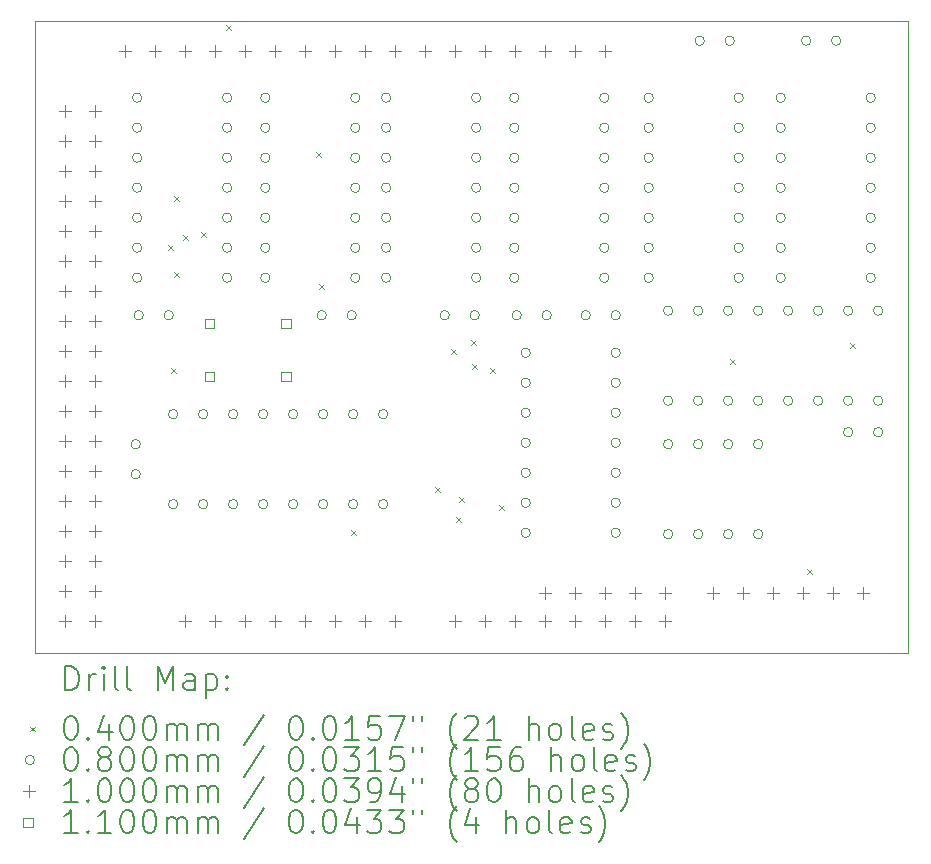
<source format=gbr>
%TF.GenerationSoftware,KiCad,Pcbnew,7.0.9*%
%TF.CreationDate,2025-02-11T06:26:07-06:00*%
%TF.ProjectId,Piggyback MEM0-7 + Addr,50696767-7962-4616-936b-204d454d302d,rev?*%
%TF.SameCoordinates,Original*%
%TF.FileFunction,Drillmap*%
%TF.FilePolarity,Positive*%
%FSLAX45Y45*%
G04 Gerber Fmt 4.5, Leading zero omitted, Abs format (unit mm)*
G04 Created by KiCad (PCBNEW 7.0.9) date 2025-02-11 06:26:07*
%MOMM*%
%LPD*%
G01*
G04 APERTURE LIST*
%ADD10C,0.100000*%
%ADD11C,0.200000*%
%ADD12C,0.110000*%
G04 APERTURE END LIST*
D10*
X6692900Y-6515100D02*
X14084300Y-6515100D01*
X14084300Y-11861800D01*
X6692900Y-11861800D01*
X6692900Y-6515100D01*
D11*
D10*
X7815900Y-8412800D02*
X7855900Y-8452800D01*
X7855900Y-8412800D02*
X7815900Y-8452800D01*
X7841300Y-9454200D02*
X7881300Y-9494200D01*
X7881300Y-9454200D02*
X7841300Y-9494200D01*
X7866700Y-7993700D02*
X7906700Y-8033700D01*
X7906700Y-7993700D02*
X7866700Y-8033700D01*
X7866700Y-8641400D02*
X7906700Y-8681400D01*
X7906700Y-8641400D02*
X7866700Y-8681400D01*
X7942900Y-8323900D02*
X7982900Y-8363900D01*
X7982900Y-8323900D02*
X7942900Y-8363900D01*
X8095300Y-8298500D02*
X8135300Y-8338500D01*
X8135300Y-8298500D02*
X8095300Y-8338500D01*
X8311200Y-6545900D02*
X8351200Y-6585900D01*
X8351200Y-6545900D02*
X8311200Y-6585900D01*
X9073200Y-7625400D02*
X9113200Y-7665400D01*
X9113200Y-7625400D02*
X9073200Y-7665400D01*
X9098600Y-8743000D02*
X9138600Y-8783000D01*
X9138600Y-8743000D02*
X9098600Y-8783000D01*
X9365300Y-10825800D02*
X9405300Y-10865800D01*
X9405300Y-10825800D02*
X9365300Y-10865800D01*
X10076500Y-10457500D02*
X10116500Y-10497500D01*
X10116500Y-10457500D02*
X10076500Y-10497500D01*
X10216200Y-9289100D02*
X10256200Y-9329100D01*
X10256200Y-9289100D02*
X10216200Y-9329100D01*
X10254300Y-10711500D02*
X10294300Y-10751500D01*
X10294300Y-10711500D02*
X10254300Y-10751500D01*
X10279700Y-10546400D02*
X10319700Y-10586400D01*
X10319700Y-10546400D02*
X10279700Y-10586400D01*
X10381300Y-9212900D02*
X10421300Y-9252900D01*
X10421300Y-9212900D02*
X10381300Y-9252900D01*
X10394000Y-9416100D02*
X10434000Y-9456100D01*
X10434000Y-9416100D02*
X10394000Y-9456100D01*
X10546400Y-9454200D02*
X10586400Y-9494200D01*
X10586400Y-9454200D02*
X10546400Y-9494200D01*
X10622600Y-10609900D02*
X10662600Y-10649900D01*
X10662600Y-10609900D02*
X10622600Y-10649900D01*
X12578400Y-9378000D02*
X12618400Y-9418000D01*
X12618400Y-9378000D02*
X12578400Y-9418000D01*
X13226100Y-11156000D02*
X13266100Y-11196000D01*
X13266100Y-11156000D02*
X13226100Y-11196000D01*
X13594400Y-9238300D02*
X13634400Y-9278300D01*
X13634400Y-9238300D02*
X13594400Y-9278300D01*
X7583800Y-10096500D02*
G75*
G03*
X7583800Y-10096500I-40000J0D01*
G01*
X7583800Y-10350500D02*
G75*
G03*
X7583800Y-10350500I-40000J0D01*
G01*
X7596500Y-7162800D02*
G75*
G03*
X7596500Y-7162800I-40000J0D01*
G01*
X7596500Y-7416800D02*
G75*
G03*
X7596500Y-7416800I-40000J0D01*
G01*
X7596500Y-7670800D02*
G75*
G03*
X7596500Y-7670800I-40000J0D01*
G01*
X7596500Y-7924800D02*
G75*
G03*
X7596500Y-7924800I-40000J0D01*
G01*
X7596500Y-8178800D02*
G75*
G03*
X7596500Y-8178800I-40000J0D01*
G01*
X7596500Y-8432800D02*
G75*
G03*
X7596500Y-8432800I-40000J0D01*
G01*
X7596500Y-8686800D02*
G75*
G03*
X7596500Y-8686800I-40000J0D01*
G01*
X7609200Y-9004300D02*
G75*
G03*
X7609200Y-9004300I-40000J0D01*
G01*
X7863200Y-9004300D02*
G75*
G03*
X7863200Y-9004300I-40000J0D01*
G01*
X7901300Y-9842500D02*
G75*
G03*
X7901300Y-9842500I-40000J0D01*
G01*
X7901300Y-10604500D02*
G75*
G03*
X7901300Y-10604500I-40000J0D01*
G01*
X8155300Y-9842500D02*
G75*
G03*
X8155300Y-9842500I-40000J0D01*
G01*
X8155300Y-10604500D02*
G75*
G03*
X8155300Y-10604500I-40000J0D01*
G01*
X8358500Y-7162800D02*
G75*
G03*
X8358500Y-7162800I-40000J0D01*
G01*
X8358500Y-7416800D02*
G75*
G03*
X8358500Y-7416800I-40000J0D01*
G01*
X8358500Y-7670800D02*
G75*
G03*
X8358500Y-7670800I-40000J0D01*
G01*
X8358500Y-7924800D02*
G75*
G03*
X8358500Y-7924800I-40000J0D01*
G01*
X8358500Y-8178800D02*
G75*
G03*
X8358500Y-8178800I-40000J0D01*
G01*
X8358500Y-8432800D02*
G75*
G03*
X8358500Y-8432800I-40000J0D01*
G01*
X8358500Y-8686800D02*
G75*
G03*
X8358500Y-8686800I-40000J0D01*
G01*
X8409300Y-9842500D02*
G75*
G03*
X8409300Y-9842500I-40000J0D01*
G01*
X8409300Y-10604500D02*
G75*
G03*
X8409300Y-10604500I-40000J0D01*
G01*
X8663300Y-9842500D02*
G75*
G03*
X8663300Y-9842500I-40000J0D01*
G01*
X8663300Y-10604500D02*
G75*
G03*
X8663300Y-10604500I-40000J0D01*
G01*
X8681500Y-7162800D02*
G75*
G03*
X8681500Y-7162800I-40000J0D01*
G01*
X8681500Y-7416800D02*
G75*
G03*
X8681500Y-7416800I-40000J0D01*
G01*
X8681500Y-7670800D02*
G75*
G03*
X8681500Y-7670800I-40000J0D01*
G01*
X8681500Y-7924800D02*
G75*
G03*
X8681500Y-7924800I-40000J0D01*
G01*
X8681500Y-8178800D02*
G75*
G03*
X8681500Y-8178800I-40000J0D01*
G01*
X8681500Y-8432800D02*
G75*
G03*
X8681500Y-8432800I-40000J0D01*
G01*
X8681500Y-8686800D02*
G75*
G03*
X8681500Y-8686800I-40000J0D01*
G01*
X8917300Y-9842500D02*
G75*
G03*
X8917300Y-9842500I-40000J0D01*
G01*
X8917300Y-10604500D02*
G75*
G03*
X8917300Y-10604500I-40000J0D01*
G01*
X9158600Y-9004300D02*
G75*
G03*
X9158600Y-9004300I-40000J0D01*
G01*
X9171300Y-9842500D02*
G75*
G03*
X9171300Y-9842500I-40000J0D01*
G01*
X9171300Y-10604500D02*
G75*
G03*
X9171300Y-10604500I-40000J0D01*
G01*
X9412600Y-9004300D02*
G75*
G03*
X9412600Y-9004300I-40000J0D01*
G01*
X9425300Y-9842500D02*
G75*
G03*
X9425300Y-9842500I-40000J0D01*
G01*
X9425300Y-10604500D02*
G75*
G03*
X9425300Y-10604500I-40000J0D01*
G01*
X9443500Y-7162800D02*
G75*
G03*
X9443500Y-7162800I-40000J0D01*
G01*
X9443500Y-7416800D02*
G75*
G03*
X9443500Y-7416800I-40000J0D01*
G01*
X9443500Y-7670800D02*
G75*
G03*
X9443500Y-7670800I-40000J0D01*
G01*
X9443500Y-7924800D02*
G75*
G03*
X9443500Y-7924800I-40000J0D01*
G01*
X9443500Y-8178800D02*
G75*
G03*
X9443500Y-8178800I-40000J0D01*
G01*
X9443500Y-8432800D02*
G75*
G03*
X9443500Y-8432800I-40000J0D01*
G01*
X9443500Y-8686800D02*
G75*
G03*
X9443500Y-8686800I-40000J0D01*
G01*
X9679300Y-9842500D02*
G75*
G03*
X9679300Y-9842500I-40000J0D01*
G01*
X9679300Y-10604500D02*
G75*
G03*
X9679300Y-10604500I-40000J0D01*
G01*
X9704700Y-7162800D02*
G75*
G03*
X9704700Y-7162800I-40000J0D01*
G01*
X9704700Y-7416800D02*
G75*
G03*
X9704700Y-7416800I-40000J0D01*
G01*
X9704700Y-7670800D02*
G75*
G03*
X9704700Y-7670800I-40000J0D01*
G01*
X9704700Y-7924800D02*
G75*
G03*
X9704700Y-7924800I-40000J0D01*
G01*
X9704700Y-8178800D02*
G75*
G03*
X9704700Y-8178800I-40000J0D01*
G01*
X9704700Y-8432800D02*
G75*
G03*
X9704700Y-8432800I-40000J0D01*
G01*
X9704700Y-8686800D02*
G75*
G03*
X9704700Y-8686800I-40000J0D01*
G01*
X10200000Y-9004300D02*
G75*
G03*
X10200000Y-9004300I-40000J0D01*
G01*
X10454000Y-9004300D02*
G75*
G03*
X10454000Y-9004300I-40000J0D01*
G01*
X10466700Y-7162800D02*
G75*
G03*
X10466700Y-7162800I-40000J0D01*
G01*
X10466700Y-7416800D02*
G75*
G03*
X10466700Y-7416800I-40000J0D01*
G01*
X10466700Y-7670800D02*
G75*
G03*
X10466700Y-7670800I-40000J0D01*
G01*
X10466700Y-7924800D02*
G75*
G03*
X10466700Y-7924800I-40000J0D01*
G01*
X10466700Y-8178800D02*
G75*
G03*
X10466700Y-8178800I-40000J0D01*
G01*
X10466700Y-8432800D02*
G75*
G03*
X10466700Y-8432800I-40000J0D01*
G01*
X10466700Y-8686800D02*
G75*
G03*
X10466700Y-8686800I-40000J0D01*
G01*
X10789700Y-7162800D02*
G75*
G03*
X10789700Y-7162800I-40000J0D01*
G01*
X10789700Y-7416800D02*
G75*
G03*
X10789700Y-7416800I-40000J0D01*
G01*
X10789700Y-7670800D02*
G75*
G03*
X10789700Y-7670800I-40000J0D01*
G01*
X10789700Y-7924800D02*
G75*
G03*
X10789700Y-7924800I-40000J0D01*
G01*
X10789700Y-8178800D02*
G75*
G03*
X10789700Y-8178800I-40000J0D01*
G01*
X10789700Y-8432800D02*
G75*
G03*
X10789700Y-8432800I-40000J0D01*
G01*
X10789700Y-8686800D02*
G75*
G03*
X10789700Y-8686800I-40000J0D01*
G01*
X10809600Y-9004300D02*
G75*
G03*
X10809600Y-9004300I-40000J0D01*
G01*
X10885800Y-9321800D02*
G75*
G03*
X10885800Y-9321800I-40000J0D01*
G01*
X10885800Y-9575800D02*
G75*
G03*
X10885800Y-9575800I-40000J0D01*
G01*
X10885800Y-9829800D02*
G75*
G03*
X10885800Y-9829800I-40000J0D01*
G01*
X10885800Y-10083800D02*
G75*
G03*
X10885800Y-10083800I-40000J0D01*
G01*
X10885800Y-10337800D02*
G75*
G03*
X10885800Y-10337800I-40000J0D01*
G01*
X10885800Y-10591800D02*
G75*
G03*
X10885800Y-10591800I-40000J0D01*
G01*
X10885800Y-10845800D02*
G75*
G03*
X10885800Y-10845800I-40000J0D01*
G01*
X11063600Y-9004300D02*
G75*
G03*
X11063600Y-9004300I-40000J0D01*
G01*
X11393800Y-9004300D02*
G75*
G03*
X11393800Y-9004300I-40000J0D01*
G01*
X11551700Y-7162800D02*
G75*
G03*
X11551700Y-7162800I-40000J0D01*
G01*
X11551700Y-7416800D02*
G75*
G03*
X11551700Y-7416800I-40000J0D01*
G01*
X11551700Y-7670800D02*
G75*
G03*
X11551700Y-7670800I-40000J0D01*
G01*
X11551700Y-7924800D02*
G75*
G03*
X11551700Y-7924800I-40000J0D01*
G01*
X11551700Y-8178800D02*
G75*
G03*
X11551700Y-8178800I-40000J0D01*
G01*
X11551700Y-8432800D02*
G75*
G03*
X11551700Y-8432800I-40000J0D01*
G01*
X11551700Y-8686800D02*
G75*
G03*
X11551700Y-8686800I-40000J0D01*
G01*
X11647800Y-9004300D02*
G75*
G03*
X11647800Y-9004300I-40000J0D01*
G01*
X11647800Y-9321800D02*
G75*
G03*
X11647800Y-9321800I-40000J0D01*
G01*
X11647800Y-9575800D02*
G75*
G03*
X11647800Y-9575800I-40000J0D01*
G01*
X11647800Y-9829800D02*
G75*
G03*
X11647800Y-9829800I-40000J0D01*
G01*
X11647800Y-10083800D02*
G75*
G03*
X11647800Y-10083800I-40000J0D01*
G01*
X11647800Y-10337800D02*
G75*
G03*
X11647800Y-10337800I-40000J0D01*
G01*
X11647800Y-10591800D02*
G75*
G03*
X11647800Y-10591800I-40000J0D01*
G01*
X11647800Y-10845800D02*
G75*
G03*
X11647800Y-10845800I-40000J0D01*
G01*
X11927200Y-7162800D02*
G75*
G03*
X11927200Y-7162800I-40000J0D01*
G01*
X11927200Y-7416800D02*
G75*
G03*
X11927200Y-7416800I-40000J0D01*
G01*
X11927200Y-7670800D02*
G75*
G03*
X11927200Y-7670800I-40000J0D01*
G01*
X11927200Y-7924800D02*
G75*
G03*
X11927200Y-7924800I-40000J0D01*
G01*
X11927200Y-8178800D02*
G75*
G03*
X11927200Y-8178800I-40000J0D01*
G01*
X11927200Y-8432800D02*
G75*
G03*
X11927200Y-8432800I-40000J0D01*
G01*
X11927200Y-8686800D02*
G75*
G03*
X11927200Y-8686800I-40000J0D01*
G01*
X12092300Y-8966200D02*
G75*
G03*
X12092300Y-8966200I-40000J0D01*
G01*
X12092300Y-9728200D02*
G75*
G03*
X12092300Y-9728200I-40000J0D01*
G01*
X12092300Y-10096500D02*
G75*
G03*
X12092300Y-10096500I-40000J0D01*
G01*
X12092300Y-10858500D02*
G75*
G03*
X12092300Y-10858500I-40000J0D01*
G01*
X12346300Y-8966200D02*
G75*
G03*
X12346300Y-8966200I-40000J0D01*
G01*
X12346300Y-9728200D02*
G75*
G03*
X12346300Y-9728200I-40000J0D01*
G01*
X12346300Y-10096500D02*
G75*
G03*
X12346300Y-10096500I-40000J0D01*
G01*
X12346300Y-10858500D02*
G75*
G03*
X12346300Y-10858500I-40000J0D01*
G01*
X12359000Y-6680200D02*
G75*
G03*
X12359000Y-6680200I-40000J0D01*
G01*
X12600300Y-8966200D02*
G75*
G03*
X12600300Y-8966200I-40000J0D01*
G01*
X12600300Y-9728200D02*
G75*
G03*
X12600300Y-9728200I-40000J0D01*
G01*
X12600300Y-10096500D02*
G75*
G03*
X12600300Y-10096500I-40000J0D01*
G01*
X12600300Y-10858500D02*
G75*
G03*
X12600300Y-10858500I-40000J0D01*
G01*
X12613000Y-6680200D02*
G75*
G03*
X12613000Y-6680200I-40000J0D01*
G01*
X12689200Y-7162800D02*
G75*
G03*
X12689200Y-7162800I-40000J0D01*
G01*
X12689200Y-7416800D02*
G75*
G03*
X12689200Y-7416800I-40000J0D01*
G01*
X12689200Y-7670800D02*
G75*
G03*
X12689200Y-7670800I-40000J0D01*
G01*
X12689200Y-7924800D02*
G75*
G03*
X12689200Y-7924800I-40000J0D01*
G01*
X12689200Y-8178800D02*
G75*
G03*
X12689200Y-8178800I-40000J0D01*
G01*
X12689200Y-8432800D02*
G75*
G03*
X12689200Y-8432800I-40000J0D01*
G01*
X12689200Y-8686800D02*
G75*
G03*
X12689200Y-8686800I-40000J0D01*
G01*
X12854300Y-8966200D02*
G75*
G03*
X12854300Y-8966200I-40000J0D01*
G01*
X12854300Y-9728200D02*
G75*
G03*
X12854300Y-9728200I-40000J0D01*
G01*
X12854300Y-10096500D02*
G75*
G03*
X12854300Y-10096500I-40000J0D01*
G01*
X12854300Y-10858500D02*
G75*
G03*
X12854300Y-10858500I-40000J0D01*
G01*
X13044800Y-7162800D02*
G75*
G03*
X13044800Y-7162800I-40000J0D01*
G01*
X13044800Y-7416800D02*
G75*
G03*
X13044800Y-7416800I-40000J0D01*
G01*
X13044800Y-7670800D02*
G75*
G03*
X13044800Y-7670800I-40000J0D01*
G01*
X13044800Y-7924800D02*
G75*
G03*
X13044800Y-7924800I-40000J0D01*
G01*
X13044800Y-8178800D02*
G75*
G03*
X13044800Y-8178800I-40000J0D01*
G01*
X13044800Y-8432800D02*
G75*
G03*
X13044800Y-8432800I-40000J0D01*
G01*
X13044800Y-8686800D02*
G75*
G03*
X13044800Y-8686800I-40000J0D01*
G01*
X13108300Y-8966200D02*
G75*
G03*
X13108300Y-8966200I-40000J0D01*
G01*
X13108300Y-9728200D02*
G75*
G03*
X13108300Y-9728200I-40000J0D01*
G01*
X13260700Y-6680200D02*
G75*
G03*
X13260700Y-6680200I-40000J0D01*
G01*
X13362300Y-8966200D02*
G75*
G03*
X13362300Y-8966200I-40000J0D01*
G01*
X13362300Y-9728200D02*
G75*
G03*
X13362300Y-9728200I-40000J0D01*
G01*
X13514700Y-6680200D02*
G75*
G03*
X13514700Y-6680200I-40000J0D01*
G01*
X13616300Y-8966200D02*
G75*
G03*
X13616300Y-8966200I-40000J0D01*
G01*
X13616300Y-9728200D02*
G75*
G03*
X13616300Y-9728200I-40000J0D01*
G01*
X13616300Y-9994900D02*
G75*
G03*
X13616300Y-9994900I-40000J0D01*
G01*
X13806800Y-7162800D02*
G75*
G03*
X13806800Y-7162800I-40000J0D01*
G01*
X13806800Y-7416800D02*
G75*
G03*
X13806800Y-7416800I-40000J0D01*
G01*
X13806800Y-7670800D02*
G75*
G03*
X13806800Y-7670800I-40000J0D01*
G01*
X13806800Y-7924800D02*
G75*
G03*
X13806800Y-7924800I-40000J0D01*
G01*
X13806800Y-8178800D02*
G75*
G03*
X13806800Y-8178800I-40000J0D01*
G01*
X13806800Y-8432800D02*
G75*
G03*
X13806800Y-8432800I-40000J0D01*
G01*
X13806800Y-8686800D02*
G75*
G03*
X13806800Y-8686800I-40000J0D01*
G01*
X13870300Y-8966200D02*
G75*
G03*
X13870300Y-8966200I-40000J0D01*
G01*
X13870300Y-9728200D02*
G75*
G03*
X13870300Y-9728200I-40000J0D01*
G01*
X13870300Y-9994900D02*
G75*
G03*
X13870300Y-9994900I-40000J0D01*
G01*
X6946900Y-7227100D02*
X6946900Y-7327100D01*
X6896900Y-7277100D02*
X6996900Y-7277100D01*
X6946900Y-7481100D02*
X6946900Y-7581100D01*
X6896900Y-7531100D02*
X6996900Y-7531100D01*
X6946900Y-7735100D02*
X6946900Y-7835100D01*
X6896900Y-7785100D02*
X6996900Y-7785100D01*
X6946900Y-7989100D02*
X6946900Y-8089100D01*
X6896900Y-8039100D02*
X6996900Y-8039100D01*
X6946900Y-8243100D02*
X6946900Y-8343100D01*
X6896900Y-8293100D02*
X6996900Y-8293100D01*
X6946900Y-8497100D02*
X6946900Y-8597100D01*
X6896900Y-8547100D02*
X6996900Y-8547100D01*
X6946900Y-8751100D02*
X6946900Y-8851100D01*
X6896900Y-8801100D02*
X6996900Y-8801100D01*
X6946900Y-9005100D02*
X6946900Y-9105100D01*
X6896900Y-9055100D02*
X6996900Y-9055100D01*
X6946900Y-9259100D02*
X6946900Y-9359100D01*
X6896900Y-9309100D02*
X6996900Y-9309100D01*
X6946900Y-9513100D02*
X6946900Y-9613100D01*
X6896900Y-9563100D02*
X6996900Y-9563100D01*
X6946900Y-9767100D02*
X6946900Y-9867100D01*
X6896900Y-9817100D02*
X6996900Y-9817100D01*
X6946900Y-10021100D02*
X6946900Y-10121100D01*
X6896900Y-10071100D02*
X6996900Y-10071100D01*
X6946900Y-10275100D02*
X6946900Y-10375100D01*
X6896900Y-10325100D02*
X6996900Y-10325100D01*
X6946900Y-10529100D02*
X6946900Y-10629100D01*
X6896900Y-10579100D02*
X6996900Y-10579100D01*
X6946900Y-10783100D02*
X6946900Y-10883100D01*
X6896900Y-10833100D02*
X6996900Y-10833100D01*
X6946900Y-11037100D02*
X6946900Y-11137100D01*
X6896900Y-11087100D02*
X6996900Y-11087100D01*
X6946900Y-11291100D02*
X6946900Y-11391100D01*
X6896900Y-11341100D02*
X6996900Y-11341100D01*
X6946900Y-11545100D02*
X6946900Y-11645100D01*
X6896900Y-11595100D02*
X6996900Y-11595100D01*
X7200900Y-7227100D02*
X7200900Y-7327100D01*
X7150900Y-7277100D02*
X7250900Y-7277100D01*
X7200900Y-7481100D02*
X7200900Y-7581100D01*
X7150900Y-7531100D02*
X7250900Y-7531100D01*
X7200900Y-7735100D02*
X7200900Y-7835100D01*
X7150900Y-7785100D02*
X7250900Y-7785100D01*
X7200900Y-7989100D02*
X7200900Y-8089100D01*
X7150900Y-8039100D02*
X7250900Y-8039100D01*
X7200900Y-8243100D02*
X7200900Y-8343100D01*
X7150900Y-8293100D02*
X7250900Y-8293100D01*
X7200900Y-8497100D02*
X7200900Y-8597100D01*
X7150900Y-8547100D02*
X7250900Y-8547100D01*
X7200900Y-8751100D02*
X7200900Y-8851100D01*
X7150900Y-8801100D02*
X7250900Y-8801100D01*
X7200900Y-9005100D02*
X7200900Y-9105100D01*
X7150900Y-9055100D02*
X7250900Y-9055100D01*
X7200900Y-9259100D02*
X7200900Y-9359100D01*
X7150900Y-9309100D02*
X7250900Y-9309100D01*
X7200900Y-9513100D02*
X7200900Y-9613100D01*
X7150900Y-9563100D02*
X7250900Y-9563100D01*
X7200900Y-9767100D02*
X7200900Y-9867100D01*
X7150900Y-9817100D02*
X7250900Y-9817100D01*
X7200900Y-10021100D02*
X7200900Y-10121100D01*
X7150900Y-10071100D02*
X7250900Y-10071100D01*
X7200900Y-10275100D02*
X7200900Y-10375100D01*
X7150900Y-10325100D02*
X7250900Y-10325100D01*
X7200900Y-10529100D02*
X7200900Y-10629100D01*
X7150900Y-10579100D02*
X7250900Y-10579100D01*
X7200900Y-10783100D02*
X7200900Y-10883100D01*
X7150900Y-10833100D02*
X7250900Y-10833100D01*
X7200900Y-11037100D02*
X7200900Y-11137100D01*
X7150900Y-11087100D02*
X7250900Y-11087100D01*
X7200900Y-11291100D02*
X7200900Y-11391100D01*
X7150900Y-11341100D02*
X7250900Y-11341100D01*
X7200900Y-11545100D02*
X7200900Y-11645100D01*
X7150900Y-11595100D02*
X7250900Y-11595100D01*
X7454900Y-6719100D02*
X7454900Y-6819100D01*
X7404900Y-6769100D02*
X7504900Y-6769100D01*
X7708900Y-6719100D02*
X7708900Y-6819100D01*
X7658900Y-6769100D02*
X7758900Y-6769100D01*
X7962900Y-6719100D02*
X7962900Y-6819100D01*
X7912900Y-6769100D02*
X8012900Y-6769100D01*
X7962900Y-11545100D02*
X7962900Y-11645100D01*
X7912900Y-11595100D02*
X8012900Y-11595100D01*
X8216900Y-6719100D02*
X8216900Y-6819100D01*
X8166900Y-6769100D02*
X8266900Y-6769100D01*
X8216900Y-11545100D02*
X8216900Y-11645100D01*
X8166900Y-11595100D02*
X8266900Y-11595100D01*
X8470900Y-6719100D02*
X8470900Y-6819100D01*
X8420900Y-6769100D02*
X8520900Y-6769100D01*
X8470900Y-11545100D02*
X8470900Y-11645100D01*
X8420900Y-11595100D02*
X8520900Y-11595100D01*
X8724900Y-6719100D02*
X8724900Y-6819100D01*
X8674900Y-6769100D02*
X8774900Y-6769100D01*
X8724900Y-11545100D02*
X8724900Y-11645100D01*
X8674900Y-11595100D02*
X8774900Y-11595100D01*
X8978900Y-6719100D02*
X8978900Y-6819100D01*
X8928900Y-6769100D02*
X9028900Y-6769100D01*
X8978900Y-11545100D02*
X8978900Y-11645100D01*
X8928900Y-11595100D02*
X9028900Y-11595100D01*
X9232900Y-6719100D02*
X9232900Y-6819100D01*
X9182900Y-6769100D02*
X9282900Y-6769100D01*
X9232900Y-11545100D02*
X9232900Y-11645100D01*
X9182900Y-11595100D02*
X9282900Y-11595100D01*
X9486900Y-6719100D02*
X9486900Y-6819100D01*
X9436900Y-6769100D02*
X9536900Y-6769100D01*
X9486900Y-11545100D02*
X9486900Y-11645100D01*
X9436900Y-11595100D02*
X9536900Y-11595100D01*
X9740900Y-6719100D02*
X9740900Y-6819100D01*
X9690900Y-6769100D02*
X9790900Y-6769100D01*
X9740900Y-11545100D02*
X9740900Y-11645100D01*
X9690900Y-11595100D02*
X9790900Y-11595100D01*
X9994900Y-6719100D02*
X9994900Y-6819100D01*
X9944900Y-6769100D02*
X10044900Y-6769100D01*
X10248900Y-6719100D02*
X10248900Y-6819100D01*
X10198900Y-6769100D02*
X10298900Y-6769100D01*
X10248900Y-11545100D02*
X10248900Y-11645100D01*
X10198900Y-11595100D02*
X10298900Y-11595100D01*
X10502900Y-6719100D02*
X10502900Y-6819100D01*
X10452900Y-6769100D02*
X10552900Y-6769100D01*
X10502900Y-11545100D02*
X10502900Y-11645100D01*
X10452900Y-11595100D02*
X10552900Y-11595100D01*
X10756900Y-6719100D02*
X10756900Y-6819100D01*
X10706900Y-6769100D02*
X10806900Y-6769100D01*
X10756900Y-11545100D02*
X10756900Y-11645100D01*
X10706900Y-11595100D02*
X10806900Y-11595100D01*
X11010900Y-6719100D02*
X11010900Y-6819100D01*
X10960900Y-6769100D02*
X11060900Y-6769100D01*
X11010900Y-11303800D02*
X11010900Y-11403800D01*
X10960900Y-11353800D02*
X11060900Y-11353800D01*
X11010900Y-11545100D02*
X11010900Y-11645100D01*
X10960900Y-11595100D02*
X11060900Y-11595100D01*
X11264900Y-6719100D02*
X11264900Y-6819100D01*
X11214900Y-6769100D02*
X11314900Y-6769100D01*
X11264900Y-11303800D02*
X11264900Y-11403800D01*
X11214900Y-11353800D02*
X11314900Y-11353800D01*
X11264900Y-11545100D02*
X11264900Y-11645100D01*
X11214900Y-11595100D02*
X11314900Y-11595100D01*
X11518900Y-6719100D02*
X11518900Y-6819100D01*
X11468900Y-6769100D02*
X11568900Y-6769100D01*
X11518900Y-11303800D02*
X11518900Y-11403800D01*
X11468900Y-11353800D02*
X11568900Y-11353800D01*
X11518900Y-11545100D02*
X11518900Y-11645100D01*
X11468900Y-11595100D02*
X11568900Y-11595100D01*
X11772900Y-11303800D02*
X11772900Y-11403800D01*
X11722900Y-11353800D02*
X11822900Y-11353800D01*
X11772900Y-11545100D02*
X11772900Y-11645100D01*
X11722900Y-11595100D02*
X11822900Y-11595100D01*
X12026900Y-11303800D02*
X12026900Y-11403800D01*
X11976900Y-11353800D02*
X12076900Y-11353800D01*
X12026900Y-11545100D02*
X12026900Y-11645100D01*
X11976900Y-11595100D02*
X12076900Y-11595100D01*
X12430760Y-11306340D02*
X12430760Y-11406340D01*
X12380760Y-11356340D02*
X12480760Y-11356340D01*
X12684760Y-11306340D02*
X12684760Y-11406340D01*
X12634760Y-11356340D02*
X12734760Y-11356340D01*
X12938760Y-11306340D02*
X12938760Y-11406340D01*
X12888760Y-11356340D02*
X12988760Y-11356340D01*
X13192760Y-11306340D02*
X13192760Y-11406340D01*
X13142760Y-11356340D02*
X13242760Y-11356340D01*
X13446760Y-11306340D02*
X13446760Y-11406340D01*
X13396760Y-11356340D02*
X13496760Y-11356340D01*
X13700760Y-11306340D02*
X13700760Y-11406340D01*
X13650760Y-11356340D02*
X13750760Y-11356340D01*
D12*
X8204991Y-9113291D02*
X8204991Y-9035509D01*
X8127209Y-9035509D01*
X8127209Y-9113291D01*
X8204991Y-9113291D01*
X8204991Y-9563291D02*
X8204991Y-9485509D01*
X8127209Y-9485509D01*
X8127209Y-9563291D01*
X8204991Y-9563291D01*
X8854991Y-9113291D02*
X8854991Y-9035509D01*
X8777209Y-9035509D01*
X8777209Y-9113291D01*
X8854991Y-9113291D01*
X8854991Y-9563291D02*
X8854991Y-9485509D01*
X8777209Y-9485509D01*
X8777209Y-9563291D01*
X8854991Y-9563291D01*
D11*
X6948677Y-12178284D02*
X6948677Y-11978284D01*
X6948677Y-11978284D02*
X6996296Y-11978284D01*
X6996296Y-11978284D02*
X7024867Y-11987808D01*
X7024867Y-11987808D02*
X7043915Y-12006855D01*
X7043915Y-12006855D02*
X7053439Y-12025903D01*
X7053439Y-12025903D02*
X7062962Y-12063998D01*
X7062962Y-12063998D02*
X7062962Y-12092569D01*
X7062962Y-12092569D02*
X7053439Y-12130665D01*
X7053439Y-12130665D02*
X7043915Y-12149712D01*
X7043915Y-12149712D02*
X7024867Y-12168760D01*
X7024867Y-12168760D02*
X6996296Y-12178284D01*
X6996296Y-12178284D02*
X6948677Y-12178284D01*
X7148677Y-12178284D02*
X7148677Y-12044950D01*
X7148677Y-12083046D02*
X7158201Y-12063998D01*
X7158201Y-12063998D02*
X7167724Y-12054474D01*
X7167724Y-12054474D02*
X7186772Y-12044950D01*
X7186772Y-12044950D02*
X7205820Y-12044950D01*
X7272486Y-12178284D02*
X7272486Y-12044950D01*
X7272486Y-11978284D02*
X7262962Y-11987808D01*
X7262962Y-11987808D02*
X7272486Y-11997331D01*
X7272486Y-11997331D02*
X7282010Y-11987808D01*
X7282010Y-11987808D02*
X7272486Y-11978284D01*
X7272486Y-11978284D02*
X7272486Y-11997331D01*
X7396296Y-12178284D02*
X7377248Y-12168760D01*
X7377248Y-12168760D02*
X7367724Y-12149712D01*
X7367724Y-12149712D02*
X7367724Y-11978284D01*
X7501058Y-12178284D02*
X7482010Y-12168760D01*
X7482010Y-12168760D02*
X7472486Y-12149712D01*
X7472486Y-12149712D02*
X7472486Y-11978284D01*
X7729629Y-12178284D02*
X7729629Y-11978284D01*
X7729629Y-11978284D02*
X7796296Y-12121141D01*
X7796296Y-12121141D02*
X7862962Y-11978284D01*
X7862962Y-11978284D02*
X7862962Y-12178284D01*
X8043915Y-12178284D02*
X8043915Y-12073522D01*
X8043915Y-12073522D02*
X8034391Y-12054474D01*
X8034391Y-12054474D02*
X8015343Y-12044950D01*
X8015343Y-12044950D02*
X7977248Y-12044950D01*
X7977248Y-12044950D02*
X7958201Y-12054474D01*
X8043915Y-12168760D02*
X8024867Y-12178284D01*
X8024867Y-12178284D02*
X7977248Y-12178284D01*
X7977248Y-12178284D02*
X7958201Y-12168760D01*
X7958201Y-12168760D02*
X7948677Y-12149712D01*
X7948677Y-12149712D02*
X7948677Y-12130665D01*
X7948677Y-12130665D02*
X7958201Y-12111617D01*
X7958201Y-12111617D02*
X7977248Y-12102093D01*
X7977248Y-12102093D02*
X8024867Y-12102093D01*
X8024867Y-12102093D02*
X8043915Y-12092569D01*
X8139153Y-12044950D02*
X8139153Y-12244950D01*
X8139153Y-12054474D02*
X8158201Y-12044950D01*
X8158201Y-12044950D02*
X8196296Y-12044950D01*
X8196296Y-12044950D02*
X8215343Y-12054474D01*
X8215343Y-12054474D02*
X8224867Y-12063998D01*
X8224867Y-12063998D02*
X8234391Y-12083046D01*
X8234391Y-12083046D02*
X8234391Y-12140188D01*
X8234391Y-12140188D02*
X8224867Y-12159236D01*
X8224867Y-12159236D02*
X8215343Y-12168760D01*
X8215343Y-12168760D02*
X8196296Y-12178284D01*
X8196296Y-12178284D02*
X8158201Y-12178284D01*
X8158201Y-12178284D02*
X8139153Y-12168760D01*
X8320105Y-12159236D02*
X8329629Y-12168760D01*
X8329629Y-12168760D02*
X8320105Y-12178284D01*
X8320105Y-12178284D02*
X8310582Y-12168760D01*
X8310582Y-12168760D02*
X8320105Y-12159236D01*
X8320105Y-12159236D02*
X8320105Y-12178284D01*
X8320105Y-12054474D02*
X8329629Y-12063998D01*
X8329629Y-12063998D02*
X8320105Y-12073522D01*
X8320105Y-12073522D02*
X8310582Y-12063998D01*
X8310582Y-12063998D02*
X8320105Y-12054474D01*
X8320105Y-12054474D02*
X8320105Y-12073522D01*
D10*
X6647900Y-12486800D02*
X6687900Y-12526800D01*
X6687900Y-12486800D02*
X6647900Y-12526800D01*
D11*
X6986772Y-12398284D02*
X7005820Y-12398284D01*
X7005820Y-12398284D02*
X7024867Y-12407808D01*
X7024867Y-12407808D02*
X7034391Y-12417331D01*
X7034391Y-12417331D02*
X7043915Y-12436379D01*
X7043915Y-12436379D02*
X7053439Y-12474474D01*
X7053439Y-12474474D02*
X7053439Y-12522093D01*
X7053439Y-12522093D02*
X7043915Y-12560188D01*
X7043915Y-12560188D02*
X7034391Y-12579236D01*
X7034391Y-12579236D02*
X7024867Y-12588760D01*
X7024867Y-12588760D02*
X7005820Y-12598284D01*
X7005820Y-12598284D02*
X6986772Y-12598284D01*
X6986772Y-12598284D02*
X6967724Y-12588760D01*
X6967724Y-12588760D02*
X6958201Y-12579236D01*
X6958201Y-12579236D02*
X6948677Y-12560188D01*
X6948677Y-12560188D02*
X6939153Y-12522093D01*
X6939153Y-12522093D02*
X6939153Y-12474474D01*
X6939153Y-12474474D02*
X6948677Y-12436379D01*
X6948677Y-12436379D02*
X6958201Y-12417331D01*
X6958201Y-12417331D02*
X6967724Y-12407808D01*
X6967724Y-12407808D02*
X6986772Y-12398284D01*
X7139153Y-12579236D02*
X7148677Y-12588760D01*
X7148677Y-12588760D02*
X7139153Y-12598284D01*
X7139153Y-12598284D02*
X7129629Y-12588760D01*
X7129629Y-12588760D02*
X7139153Y-12579236D01*
X7139153Y-12579236D02*
X7139153Y-12598284D01*
X7320105Y-12464950D02*
X7320105Y-12598284D01*
X7272486Y-12388760D02*
X7224867Y-12531617D01*
X7224867Y-12531617D02*
X7348677Y-12531617D01*
X7462962Y-12398284D02*
X7482010Y-12398284D01*
X7482010Y-12398284D02*
X7501058Y-12407808D01*
X7501058Y-12407808D02*
X7510582Y-12417331D01*
X7510582Y-12417331D02*
X7520105Y-12436379D01*
X7520105Y-12436379D02*
X7529629Y-12474474D01*
X7529629Y-12474474D02*
X7529629Y-12522093D01*
X7529629Y-12522093D02*
X7520105Y-12560188D01*
X7520105Y-12560188D02*
X7510582Y-12579236D01*
X7510582Y-12579236D02*
X7501058Y-12588760D01*
X7501058Y-12588760D02*
X7482010Y-12598284D01*
X7482010Y-12598284D02*
X7462962Y-12598284D01*
X7462962Y-12598284D02*
X7443915Y-12588760D01*
X7443915Y-12588760D02*
X7434391Y-12579236D01*
X7434391Y-12579236D02*
X7424867Y-12560188D01*
X7424867Y-12560188D02*
X7415343Y-12522093D01*
X7415343Y-12522093D02*
X7415343Y-12474474D01*
X7415343Y-12474474D02*
X7424867Y-12436379D01*
X7424867Y-12436379D02*
X7434391Y-12417331D01*
X7434391Y-12417331D02*
X7443915Y-12407808D01*
X7443915Y-12407808D02*
X7462962Y-12398284D01*
X7653439Y-12398284D02*
X7672486Y-12398284D01*
X7672486Y-12398284D02*
X7691534Y-12407808D01*
X7691534Y-12407808D02*
X7701058Y-12417331D01*
X7701058Y-12417331D02*
X7710582Y-12436379D01*
X7710582Y-12436379D02*
X7720105Y-12474474D01*
X7720105Y-12474474D02*
X7720105Y-12522093D01*
X7720105Y-12522093D02*
X7710582Y-12560188D01*
X7710582Y-12560188D02*
X7701058Y-12579236D01*
X7701058Y-12579236D02*
X7691534Y-12588760D01*
X7691534Y-12588760D02*
X7672486Y-12598284D01*
X7672486Y-12598284D02*
X7653439Y-12598284D01*
X7653439Y-12598284D02*
X7634391Y-12588760D01*
X7634391Y-12588760D02*
X7624867Y-12579236D01*
X7624867Y-12579236D02*
X7615343Y-12560188D01*
X7615343Y-12560188D02*
X7605820Y-12522093D01*
X7605820Y-12522093D02*
X7605820Y-12474474D01*
X7605820Y-12474474D02*
X7615343Y-12436379D01*
X7615343Y-12436379D02*
X7624867Y-12417331D01*
X7624867Y-12417331D02*
X7634391Y-12407808D01*
X7634391Y-12407808D02*
X7653439Y-12398284D01*
X7805820Y-12598284D02*
X7805820Y-12464950D01*
X7805820Y-12483998D02*
X7815343Y-12474474D01*
X7815343Y-12474474D02*
X7834391Y-12464950D01*
X7834391Y-12464950D02*
X7862963Y-12464950D01*
X7862963Y-12464950D02*
X7882010Y-12474474D01*
X7882010Y-12474474D02*
X7891534Y-12493522D01*
X7891534Y-12493522D02*
X7891534Y-12598284D01*
X7891534Y-12493522D02*
X7901058Y-12474474D01*
X7901058Y-12474474D02*
X7920105Y-12464950D01*
X7920105Y-12464950D02*
X7948677Y-12464950D01*
X7948677Y-12464950D02*
X7967724Y-12474474D01*
X7967724Y-12474474D02*
X7977248Y-12493522D01*
X7977248Y-12493522D02*
X7977248Y-12598284D01*
X8072486Y-12598284D02*
X8072486Y-12464950D01*
X8072486Y-12483998D02*
X8082010Y-12474474D01*
X8082010Y-12474474D02*
X8101058Y-12464950D01*
X8101058Y-12464950D02*
X8129629Y-12464950D01*
X8129629Y-12464950D02*
X8148677Y-12474474D01*
X8148677Y-12474474D02*
X8158201Y-12493522D01*
X8158201Y-12493522D02*
X8158201Y-12598284D01*
X8158201Y-12493522D02*
X8167724Y-12474474D01*
X8167724Y-12474474D02*
X8186772Y-12464950D01*
X8186772Y-12464950D02*
X8215343Y-12464950D01*
X8215343Y-12464950D02*
X8234391Y-12474474D01*
X8234391Y-12474474D02*
X8243915Y-12493522D01*
X8243915Y-12493522D02*
X8243915Y-12598284D01*
X8634391Y-12388760D02*
X8462963Y-12645903D01*
X8891534Y-12398284D02*
X8910582Y-12398284D01*
X8910582Y-12398284D02*
X8929629Y-12407808D01*
X8929629Y-12407808D02*
X8939153Y-12417331D01*
X8939153Y-12417331D02*
X8948677Y-12436379D01*
X8948677Y-12436379D02*
X8958201Y-12474474D01*
X8958201Y-12474474D02*
X8958201Y-12522093D01*
X8958201Y-12522093D02*
X8948677Y-12560188D01*
X8948677Y-12560188D02*
X8939153Y-12579236D01*
X8939153Y-12579236D02*
X8929629Y-12588760D01*
X8929629Y-12588760D02*
X8910582Y-12598284D01*
X8910582Y-12598284D02*
X8891534Y-12598284D01*
X8891534Y-12598284D02*
X8872487Y-12588760D01*
X8872487Y-12588760D02*
X8862963Y-12579236D01*
X8862963Y-12579236D02*
X8853439Y-12560188D01*
X8853439Y-12560188D02*
X8843915Y-12522093D01*
X8843915Y-12522093D02*
X8843915Y-12474474D01*
X8843915Y-12474474D02*
X8853439Y-12436379D01*
X8853439Y-12436379D02*
X8862963Y-12417331D01*
X8862963Y-12417331D02*
X8872487Y-12407808D01*
X8872487Y-12407808D02*
X8891534Y-12398284D01*
X9043915Y-12579236D02*
X9053439Y-12588760D01*
X9053439Y-12588760D02*
X9043915Y-12598284D01*
X9043915Y-12598284D02*
X9034391Y-12588760D01*
X9034391Y-12588760D02*
X9043915Y-12579236D01*
X9043915Y-12579236D02*
X9043915Y-12598284D01*
X9177248Y-12398284D02*
X9196296Y-12398284D01*
X9196296Y-12398284D02*
X9215344Y-12407808D01*
X9215344Y-12407808D02*
X9224868Y-12417331D01*
X9224868Y-12417331D02*
X9234391Y-12436379D01*
X9234391Y-12436379D02*
X9243915Y-12474474D01*
X9243915Y-12474474D02*
X9243915Y-12522093D01*
X9243915Y-12522093D02*
X9234391Y-12560188D01*
X9234391Y-12560188D02*
X9224868Y-12579236D01*
X9224868Y-12579236D02*
X9215344Y-12588760D01*
X9215344Y-12588760D02*
X9196296Y-12598284D01*
X9196296Y-12598284D02*
X9177248Y-12598284D01*
X9177248Y-12598284D02*
X9158201Y-12588760D01*
X9158201Y-12588760D02*
X9148677Y-12579236D01*
X9148677Y-12579236D02*
X9139153Y-12560188D01*
X9139153Y-12560188D02*
X9129629Y-12522093D01*
X9129629Y-12522093D02*
X9129629Y-12474474D01*
X9129629Y-12474474D02*
X9139153Y-12436379D01*
X9139153Y-12436379D02*
X9148677Y-12417331D01*
X9148677Y-12417331D02*
X9158201Y-12407808D01*
X9158201Y-12407808D02*
X9177248Y-12398284D01*
X9434391Y-12598284D02*
X9320106Y-12598284D01*
X9377248Y-12598284D02*
X9377248Y-12398284D01*
X9377248Y-12398284D02*
X9358201Y-12426855D01*
X9358201Y-12426855D02*
X9339153Y-12445903D01*
X9339153Y-12445903D02*
X9320106Y-12455427D01*
X9615344Y-12398284D02*
X9520106Y-12398284D01*
X9520106Y-12398284D02*
X9510582Y-12493522D01*
X9510582Y-12493522D02*
X9520106Y-12483998D01*
X9520106Y-12483998D02*
X9539153Y-12474474D01*
X9539153Y-12474474D02*
X9586772Y-12474474D01*
X9586772Y-12474474D02*
X9605820Y-12483998D01*
X9605820Y-12483998D02*
X9615344Y-12493522D01*
X9615344Y-12493522D02*
X9624868Y-12512569D01*
X9624868Y-12512569D02*
X9624868Y-12560188D01*
X9624868Y-12560188D02*
X9615344Y-12579236D01*
X9615344Y-12579236D02*
X9605820Y-12588760D01*
X9605820Y-12588760D02*
X9586772Y-12598284D01*
X9586772Y-12598284D02*
X9539153Y-12598284D01*
X9539153Y-12598284D02*
X9520106Y-12588760D01*
X9520106Y-12588760D02*
X9510582Y-12579236D01*
X9691534Y-12398284D02*
X9824868Y-12398284D01*
X9824868Y-12398284D02*
X9739153Y-12598284D01*
X9891534Y-12398284D02*
X9891534Y-12436379D01*
X9967725Y-12398284D02*
X9967725Y-12436379D01*
X10262963Y-12674474D02*
X10253439Y-12664950D01*
X10253439Y-12664950D02*
X10234391Y-12636379D01*
X10234391Y-12636379D02*
X10224868Y-12617331D01*
X10224868Y-12617331D02*
X10215344Y-12588760D01*
X10215344Y-12588760D02*
X10205820Y-12541141D01*
X10205820Y-12541141D02*
X10205820Y-12503046D01*
X10205820Y-12503046D02*
X10215344Y-12455427D01*
X10215344Y-12455427D02*
X10224868Y-12426855D01*
X10224868Y-12426855D02*
X10234391Y-12407808D01*
X10234391Y-12407808D02*
X10253439Y-12379236D01*
X10253439Y-12379236D02*
X10262963Y-12369712D01*
X10329630Y-12417331D02*
X10339153Y-12407808D01*
X10339153Y-12407808D02*
X10358201Y-12398284D01*
X10358201Y-12398284D02*
X10405820Y-12398284D01*
X10405820Y-12398284D02*
X10424868Y-12407808D01*
X10424868Y-12407808D02*
X10434391Y-12417331D01*
X10434391Y-12417331D02*
X10443915Y-12436379D01*
X10443915Y-12436379D02*
X10443915Y-12455427D01*
X10443915Y-12455427D02*
X10434391Y-12483998D01*
X10434391Y-12483998D02*
X10320106Y-12598284D01*
X10320106Y-12598284D02*
X10443915Y-12598284D01*
X10634391Y-12598284D02*
X10520106Y-12598284D01*
X10577249Y-12598284D02*
X10577249Y-12398284D01*
X10577249Y-12398284D02*
X10558201Y-12426855D01*
X10558201Y-12426855D02*
X10539153Y-12445903D01*
X10539153Y-12445903D02*
X10520106Y-12455427D01*
X10872487Y-12598284D02*
X10872487Y-12398284D01*
X10958201Y-12598284D02*
X10958201Y-12493522D01*
X10958201Y-12493522D02*
X10948677Y-12474474D01*
X10948677Y-12474474D02*
X10929630Y-12464950D01*
X10929630Y-12464950D02*
X10901058Y-12464950D01*
X10901058Y-12464950D02*
X10882011Y-12474474D01*
X10882011Y-12474474D02*
X10872487Y-12483998D01*
X11082011Y-12598284D02*
X11062963Y-12588760D01*
X11062963Y-12588760D02*
X11053439Y-12579236D01*
X11053439Y-12579236D02*
X11043915Y-12560188D01*
X11043915Y-12560188D02*
X11043915Y-12503046D01*
X11043915Y-12503046D02*
X11053439Y-12483998D01*
X11053439Y-12483998D02*
X11062963Y-12474474D01*
X11062963Y-12474474D02*
X11082011Y-12464950D01*
X11082011Y-12464950D02*
X11110582Y-12464950D01*
X11110582Y-12464950D02*
X11129630Y-12474474D01*
X11129630Y-12474474D02*
X11139153Y-12483998D01*
X11139153Y-12483998D02*
X11148677Y-12503046D01*
X11148677Y-12503046D02*
X11148677Y-12560188D01*
X11148677Y-12560188D02*
X11139153Y-12579236D01*
X11139153Y-12579236D02*
X11129630Y-12588760D01*
X11129630Y-12588760D02*
X11110582Y-12598284D01*
X11110582Y-12598284D02*
X11082011Y-12598284D01*
X11262963Y-12598284D02*
X11243915Y-12588760D01*
X11243915Y-12588760D02*
X11234391Y-12569712D01*
X11234391Y-12569712D02*
X11234391Y-12398284D01*
X11415344Y-12588760D02*
X11396296Y-12598284D01*
X11396296Y-12598284D02*
X11358201Y-12598284D01*
X11358201Y-12598284D02*
X11339153Y-12588760D01*
X11339153Y-12588760D02*
X11329630Y-12569712D01*
X11329630Y-12569712D02*
X11329630Y-12493522D01*
X11329630Y-12493522D02*
X11339153Y-12474474D01*
X11339153Y-12474474D02*
X11358201Y-12464950D01*
X11358201Y-12464950D02*
X11396296Y-12464950D01*
X11396296Y-12464950D02*
X11415344Y-12474474D01*
X11415344Y-12474474D02*
X11424868Y-12493522D01*
X11424868Y-12493522D02*
X11424868Y-12512569D01*
X11424868Y-12512569D02*
X11329630Y-12531617D01*
X11501058Y-12588760D02*
X11520106Y-12598284D01*
X11520106Y-12598284D02*
X11558201Y-12598284D01*
X11558201Y-12598284D02*
X11577249Y-12588760D01*
X11577249Y-12588760D02*
X11586772Y-12569712D01*
X11586772Y-12569712D02*
X11586772Y-12560188D01*
X11586772Y-12560188D02*
X11577249Y-12541141D01*
X11577249Y-12541141D02*
X11558201Y-12531617D01*
X11558201Y-12531617D02*
X11529630Y-12531617D01*
X11529630Y-12531617D02*
X11510582Y-12522093D01*
X11510582Y-12522093D02*
X11501058Y-12503046D01*
X11501058Y-12503046D02*
X11501058Y-12493522D01*
X11501058Y-12493522D02*
X11510582Y-12474474D01*
X11510582Y-12474474D02*
X11529630Y-12464950D01*
X11529630Y-12464950D02*
X11558201Y-12464950D01*
X11558201Y-12464950D02*
X11577249Y-12474474D01*
X11653439Y-12674474D02*
X11662963Y-12664950D01*
X11662963Y-12664950D02*
X11682011Y-12636379D01*
X11682011Y-12636379D02*
X11691534Y-12617331D01*
X11691534Y-12617331D02*
X11701058Y-12588760D01*
X11701058Y-12588760D02*
X11710582Y-12541141D01*
X11710582Y-12541141D02*
X11710582Y-12503046D01*
X11710582Y-12503046D02*
X11701058Y-12455427D01*
X11701058Y-12455427D02*
X11691534Y-12426855D01*
X11691534Y-12426855D02*
X11682011Y-12407808D01*
X11682011Y-12407808D02*
X11662963Y-12379236D01*
X11662963Y-12379236D02*
X11653439Y-12369712D01*
D10*
X6687900Y-12770800D02*
G75*
G03*
X6687900Y-12770800I-40000J0D01*
G01*
D11*
X6986772Y-12662284D02*
X7005820Y-12662284D01*
X7005820Y-12662284D02*
X7024867Y-12671808D01*
X7024867Y-12671808D02*
X7034391Y-12681331D01*
X7034391Y-12681331D02*
X7043915Y-12700379D01*
X7043915Y-12700379D02*
X7053439Y-12738474D01*
X7053439Y-12738474D02*
X7053439Y-12786093D01*
X7053439Y-12786093D02*
X7043915Y-12824188D01*
X7043915Y-12824188D02*
X7034391Y-12843236D01*
X7034391Y-12843236D02*
X7024867Y-12852760D01*
X7024867Y-12852760D02*
X7005820Y-12862284D01*
X7005820Y-12862284D02*
X6986772Y-12862284D01*
X6986772Y-12862284D02*
X6967724Y-12852760D01*
X6967724Y-12852760D02*
X6958201Y-12843236D01*
X6958201Y-12843236D02*
X6948677Y-12824188D01*
X6948677Y-12824188D02*
X6939153Y-12786093D01*
X6939153Y-12786093D02*
X6939153Y-12738474D01*
X6939153Y-12738474D02*
X6948677Y-12700379D01*
X6948677Y-12700379D02*
X6958201Y-12681331D01*
X6958201Y-12681331D02*
X6967724Y-12671808D01*
X6967724Y-12671808D02*
X6986772Y-12662284D01*
X7139153Y-12843236D02*
X7148677Y-12852760D01*
X7148677Y-12852760D02*
X7139153Y-12862284D01*
X7139153Y-12862284D02*
X7129629Y-12852760D01*
X7129629Y-12852760D02*
X7139153Y-12843236D01*
X7139153Y-12843236D02*
X7139153Y-12862284D01*
X7262962Y-12747998D02*
X7243915Y-12738474D01*
X7243915Y-12738474D02*
X7234391Y-12728950D01*
X7234391Y-12728950D02*
X7224867Y-12709903D01*
X7224867Y-12709903D02*
X7224867Y-12700379D01*
X7224867Y-12700379D02*
X7234391Y-12681331D01*
X7234391Y-12681331D02*
X7243915Y-12671808D01*
X7243915Y-12671808D02*
X7262962Y-12662284D01*
X7262962Y-12662284D02*
X7301058Y-12662284D01*
X7301058Y-12662284D02*
X7320105Y-12671808D01*
X7320105Y-12671808D02*
X7329629Y-12681331D01*
X7329629Y-12681331D02*
X7339153Y-12700379D01*
X7339153Y-12700379D02*
X7339153Y-12709903D01*
X7339153Y-12709903D02*
X7329629Y-12728950D01*
X7329629Y-12728950D02*
X7320105Y-12738474D01*
X7320105Y-12738474D02*
X7301058Y-12747998D01*
X7301058Y-12747998D02*
X7262962Y-12747998D01*
X7262962Y-12747998D02*
X7243915Y-12757522D01*
X7243915Y-12757522D02*
X7234391Y-12767046D01*
X7234391Y-12767046D02*
X7224867Y-12786093D01*
X7224867Y-12786093D02*
X7224867Y-12824188D01*
X7224867Y-12824188D02*
X7234391Y-12843236D01*
X7234391Y-12843236D02*
X7243915Y-12852760D01*
X7243915Y-12852760D02*
X7262962Y-12862284D01*
X7262962Y-12862284D02*
X7301058Y-12862284D01*
X7301058Y-12862284D02*
X7320105Y-12852760D01*
X7320105Y-12852760D02*
X7329629Y-12843236D01*
X7329629Y-12843236D02*
X7339153Y-12824188D01*
X7339153Y-12824188D02*
X7339153Y-12786093D01*
X7339153Y-12786093D02*
X7329629Y-12767046D01*
X7329629Y-12767046D02*
X7320105Y-12757522D01*
X7320105Y-12757522D02*
X7301058Y-12747998D01*
X7462962Y-12662284D02*
X7482010Y-12662284D01*
X7482010Y-12662284D02*
X7501058Y-12671808D01*
X7501058Y-12671808D02*
X7510582Y-12681331D01*
X7510582Y-12681331D02*
X7520105Y-12700379D01*
X7520105Y-12700379D02*
X7529629Y-12738474D01*
X7529629Y-12738474D02*
X7529629Y-12786093D01*
X7529629Y-12786093D02*
X7520105Y-12824188D01*
X7520105Y-12824188D02*
X7510582Y-12843236D01*
X7510582Y-12843236D02*
X7501058Y-12852760D01*
X7501058Y-12852760D02*
X7482010Y-12862284D01*
X7482010Y-12862284D02*
X7462962Y-12862284D01*
X7462962Y-12862284D02*
X7443915Y-12852760D01*
X7443915Y-12852760D02*
X7434391Y-12843236D01*
X7434391Y-12843236D02*
X7424867Y-12824188D01*
X7424867Y-12824188D02*
X7415343Y-12786093D01*
X7415343Y-12786093D02*
X7415343Y-12738474D01*
X7415343Y-12738474D02*
X7424867Y-12700379D01*
X7424867Y-12700379D02*
X7434391Y-12681331D01*
X7434391Y-12681331D02*
X7443915Y-12671808D01*
X7443915Y-12671808D02*
X7462962Y-12662284D01*
X7653439Y-12662284D02*
X7672486Y-12662284D01*
X7672486Y-12662284D02*
X7691534Y-12671808D01*
X7691534Y-12671808D02*
X7701058Y-12681331D01*
X7701058Y-12681331D02*
X7710582Y-12700379D01*
X7710582Y-12700379D02*
X7720105Y-12738474D01*
X7720105Y-12738474D02*
X7720105Y-12786093D01*
X7720105Y-12786093D02*
X7710582Y-12824188D01*
X7710582Y-12824188D02*
X7701058Y-12843236D01*
X7701058Y-12843236D02*
X7691534Y-12852760D01*
X7691534Y-12852760D02*
X7672486Y-12862284D01*
X7672486Y-12862284D02*
X7653439Y-12862284D01*
X7653439Y-12862284D02*
X7634391Y-12852760D01*
X7634391Y-12852760D02*
X7624867Y-12843236D01*
X7624867Y-12843236D02*
X7615343Y-12824188D01*
X7615343Y-12824188D02*
X7605820Y-12786093D01*
X7605820Y-12786093D02*
X7605820Y-12738474D01*
X7605820Y-12738474D02*
X7615343Y-12700379D01*
X7615343Y-12700379D02*
X7624867Y-12681331D01*
X7624867Y-12681331D02*
X7634391Y-12671808D01*
X7634391Y-12671808D02*
X7653439Y-12662284D01*
X7805820Y-12862284D02*
X7805820Y-12728950D01*
X7805820Y-12747998D02*
X7815343Y-12738474D01*
X7815343Y-12738474D02*
X7834391Y-12728950D01*
X7834391Y-12728950D02*
X7862963Y-12728950D01*
X7862963Y-12728950D02*
X7882010Y-12738474D01*
X7882010Y-12738474D02*
X7891534Y-12757522D01*
X7891534Y-12757522D02*
X7891534Y-12862284D01*
X7891534Y-12757522D02*
X7901058Y-12738474D01*
X7901058Y-12738474D02*
X7920105Y-12728950D01*
X7920105Y-12728950D02*
X7948677Y-12728950D01*
X7948677Y-12728950D02*
X7967724Y-12738474D01*
X7967724Y-12738474D02*
X7977248Y-12757522D01*
X7977248Y-12757522D02*
X7977248Y-12862284D01*
X8072486Y-12862284D02*
X8072486Y-12728950D01*
X8072486Y-12747998D02*
X8082010Y-12738474D01*
X8082010Y-12738474D02*
X8101058Y-12728950D01*
X8101058Y-12728950D02*
X8129629Y-12728950D01*
X8129629Y-12728950D02*
X8148677Y-12738474D01*
X8148677Y-12738474D02*
X8158201Y-12757522D01*
X8158201Y-12757522D02*
X8158201Y-12862284D01*
X8158201Y-12757522D02*
X8167724Y-12738474D01*
X8167724Y-12738474D02*
X8186772Y-12728950D01*
X8186772Y-12728950D02*
X8215343Y-12728950D01*
X8215343Y-12728950D02*
X8234391Y-12738474D01*
X8234391Y-12738474D02*
X8243915Y-12757522D01*
X8243915Y-12757522D02*
X8243915Y-12862284D01*
X8634391Y-12652760D02*
X8462963Y-12909903D01*
X8891534Y-12662284D02*
X8910582Y-12662284D01*
X8910582Y-12662284D02*
X8929629Y-12671808D01*
X8929629Y-12671808D02*
X8939153Y-12681331D01*
X8939153Y-12681331D02*
X8948677Y-12700379D01*
X8948677Y-12700379D02*
X8958201Y-12738474D01*
X8958201Y-12738474D02*
X8958201Y-12786093D01*
X8958201Y-12786093D02*
X8948677Y-12824188D01*
X8948677Y-12824188D02*
X8939153Y-12843236D01*
X8939153Y-12843236D02*
X8929629Y-12852760D01*
X8929629Y-12852760D02*
X8910582Y-12862284D01*
X8910582Y-12862284D02*
X8891534Y-12862284D01*
X8891534Y-12862284D02*
X8872487Y-12852760D01*
X8872487Y-12852760D02*
X8862963Y-12843236D01*
X8862963Y-12843236D02*
X8853439Y-12824188D01*
X8853439Y-12824188D02*
X8843915Y-12786093D01*
X8843915Y-12786093D02*
X8843915Y-12738474D01*
X8843915Y-12738474D02*
X8853439Y-12700379D01*
X8853439Y-12700379D02*
X8862963Y-12681331D01*
X8862963Y-12681331D02*
X8872487Y-12671808D01*
X8872487Y-12671808D02*
X8891534Y-12662284D01*
X9043915Y-12843236D02*
X9053439Y-12852760D01*
X9053439Y-12852760D02*
X9043915Y-12862284D01*
X9043915Y-12862284D02*
X9034391Y-12852760D01*
X9034391Y-12852760D02*
X9043915Y-12843236D01*
X9043915Y-12843236D02*
X9043915Y-12862284D01*
X9177248Y-12662284D02*
X9196296Y-12662284D01*
X9196296Y-12662284D02*
X9215344Y-12671808D01*
X9215344Y-12671808D02*
X9224868Y-12681331D01*
X9224868Y-12681331D02*
X9234391Y-12700379D01*
X9234391Y-12700379D02*
X9243915Y-12738474D01*
X9243915Y-12738474D02*
X9243915Y-12786093D01*
X9243915Y-12786093D02*
X9234391Y-12824188D01*
X9234391Y-12824188D02*
X9224868Y-12843236D01*
X9224868Y-12843236D02*
X9215344Y-12852760D01*
X9215344Y-12852760D02*
X9196296Y-12862284D01*
X9196296Y-12862284D02*
X9177248Y-12862284D01*
X9177248Y-12862284D02*
X9158201Y-12852760D01*
X9158201Y-12852760D02*
X9148677Y-12843236D01*
X9148677Y-12843236D02*
X9139153Y-12824188D01*
X9139153Y-12824188D02*
X9129629Y-12786093D01*
X9129629Y-12786093D02*
X9129629Y-12738474D01*
X9129629Y-12738474D02*
X9139153Y-12700379D01*
X9139153Y-12700379D02*
X9148677Y-12681331D01*
X9148677Y-12681331D02*
X9158201Y-12671808D01*
X9158201Y-12671808D02*
X9177248Y-12662284D01*
X9310582Y-12662284D02*
X9434391Y-12662284D01*
X9434391Y-12662284D02*
X9367725Y-12738474D01*
X9367725Y-12738474D02*
X9396296Y-12738474D01*
X9396296Y-12738474D02*
X9415344Y-12747998D01*
X9415344Y-12747998D02*
X9424868Y-12757522D01*
X9424868Y-12757522D02*
X9434391Y-12776569D01*
X9434391Y-12776569D02*
X9434391Y-12824188D01*
X9434391Y-12824188D02*
X9424868Y-12843236D01*
X9424868Y-12843236D02*
X9415344Y-12852760D01*
X9415344Y-12852760D02*
X9396296Y-12862284D01*
X9396296Y-12862284D02*
X9339153Y-12862284D01*
X9339153Y-12862284D02*
X9320106Y-12852760D01*
X9320106Y-12852760D02*
X9310582Y-12843236D01*
X9624868Y-12862284D02*
X9510582Y-12862284D01*
X9567725Y-12862284D02*
X9567725Y-12662284D01*
X9567725Y-12662284D02*
X9548677Y-12690855D01*
X9548677Y-12690855D02*
X9529629Y-12709903D01*
X9529629Y-12709903D02*
X9510582Y-12719427D01*
X9805820Y-12662284D02*
X9710582Y-12662284D01*
X9710582Y-12662284D02*
X9701058Y-12757522D01*
X9701058Y-12757522D02*
X9710582Y-12747998D01*
X9710582Y-12747998D02*
X9729629Y-12738474D01*
X9729629Y-12738474D02*
X9777249Y-12738474D01*
X9777249Y-12738474D02*
X9796296Y-12747998D01*
X9796296Y-12747998D02*
X9805820Y-12757522D01*
X9805820Y-12757522D02*
X9815344Y-12776569D01*
X9815344Y-12776569D02*
X9815344Y-12824188D01*
X9815344Y-12824188D02*
X9805820Y-12843236D01*
X9805820Y-12843236D02*
X9796296Y-12852760D01*
X9796296Y-12852760D02*
X9777249Y-12862284D01*
X9777249Y-12862284D02*
X9729629Y-12862284D01*
X9729629Y-12862284D02*
X9710582Y-12852760D01*
X9710582Y-12852760D02*
X9701058Y-12843236D01*
X9891534Y-12662284D02*
X9891534Y-12700379D01*
X9967725Y-12662284D02*
X9967725Y-12700379D01*
X10262963Y-12938474D02*
X10253439Y-12928950D01*
X10253439Y-12928950D02*
X10234391Y-12900379D01*
X10234391Y-12900379D02*
X10224868Y-12881331D01*
X10224868Y-12881331D02*
X10215344Y-12852760D01*
X10215344Y-12852760D02*
X10205820Y-12805141D01*
X10205820Y-12805141D02*
X10205820Y-12767046D01*
X10205820Y-12767046D02*
X10215344Y-12719427D01*
X10215344Y-12719427D02*
X10224868Y-12690855D01*
X10224868Y-12690855D02*
X10234391Y-12671808D01*
X10234391Y-12671808D02*
X10253439Y-12643236D01*
X10253439Y-12643236D02*
X10262963Y-12633712D01*
X10443915Y-12862284D02*
X10329630Y-12862284D01*
X10386772Y-12862284D02*
X10386772Y-12662284D01*
X10386772Y-12662284D02*
X10367725Y-12690855D01*
X10367725Y-12690855D02*
X10348677Y-12709903D01*
X10348677Y-12709903D02*
X10329630Y-12719427D01*
X10624868Y-12662284D02*
X10529630Y-12662284D01*
X10529630Y-12662284D02*
X10520106Y-12757522D01*
X10520106Y-12757522D02*
X10529630Y-12747998D01*
X10529630Y-12747998D02*
X10548677Y-12738474D01*
X10548677Y-12738474D02*
X10596296Y-12738474D01*
X10596296Y-12738474D02*
X10615344Y-12747998D01*
X10615344Y-12747998D02*
X10624868Y-12757522D01*
X10624868Y-12757522D02*
X10634391Y-12776569D01*
X10634391Y-12776569D02*
X10634391Y-12824188D01*
X10634391Y-12824188D02*
X10624868Y-12843236D01*
X10624868Y-12843236D02*
X10615344Y-12852760D01*
X10615344Y-12852760D02*
X10596296Y-12862284D01*
X10596296Y-12862284D02*
X10548677Y-12862284D01*
X10548677Y-12862284D02*
X10529630Y-12852760D01*
X10529630Y-12852760D02*
X10520106Y-12843236D01*
X10805820Y-12662284D02*
X10767725Y-12662284D01*
X10767725Y-12662284D02*
X10748677Y-12671808D01*
X10748677Y-12671808D02*
X10739153Y-12681331D01*
X10739153Y-12681331D02*
X10720106Y-12709903D01*
X10720106Y-12709903D02*
X10710582Y-12747998D01*
X10710582Y-12747998D02*
X10710582Y-12824188D01*
X10710582Y-12824188D02*
X10720106Y-12843236D01*
X10720106Y-12843236D02*
X10729630Y-12852760D01*
X10729630Y-12852760D02*
X10748677Y-12862284D01*
X10748677Y-12862284D02*
X10786772Y-12862284D01*
X10786772Y-12862284D02*
X10805820Y-12852760D01*
X10805820Y-12852760D02*
X10815344Y-12843236D01*
X10815344Y-12843236D02*
X10824868Y-12824188D01*
X10824868Y-12824188D02*
X10824868Y-12776569D01*
X10824868Y-12776569D02*
X10815344Y-12757522D01*
X10815344Y-12757522D02*
X10805820Y-12747998D01*
X10805820Y-12747998D02*
X10786772Y-12738474D01*
X10786772Y-12738474D02*
X10748677Y-12738474D01*
X10748677Y-12738474D02*
X10729630Y-12747998D01*
X10729630Y-12747998D02*
X10720106Y-12757522D01*
X10720106Y-12757522D02*
X10710582Y-12776569D01*
X11062963Y-12862284D02*
X11062963Y-12662284D01*
X11148677Y-12862284D02*
X11148677Y-12757522D01*
X11148677Y-12757522D02*
X11139153Y-12738474D01*
X11139153Y-12738474D02*
X11120106Y-12728950D01*
X11120106Y-12728950D02*
X11091534Y-12728950D01*
X11091534Y-12728950D02*
X11072487Y-12738474D01*
X11072487Y-12738474D02*
X11062963Y-12747998D01*
X11272487Y-12862284D02*
X11253439Y-12852760D01*
X11253439Y-12852760D02*
X11243915Y-12843236D01*
X11243915Y-12843236D02*
X11234391Y-12824188D01*
X11234391Y-12824188D02*
X11234391Y-12767046D01*
X11234391Y-12767046D02*
X11243915Y-12747998D01*
X11243915Y-12747998D02*
X11253439Y-12738474D01*
X11253439Y-12738474D02*
X11272487Y-12728950D01*
X11272487Y-12728950D02*
X11301058Y-12728950D01*
X11301058Y-12728950D02*
X11320106Y-12738474D01*
X11320106Y-12738474D02*
X11329630Y-12747998D01*
X11329630Y-12747998D02*
X11339153Y-12767046D01*
X11339153Y-12767046D02*
X11339153Y-12824188D01*
X11339153Y-12824188D02*
X11329630Y-12843236D01*
X11329630Y-12843236D02*
X11320106Y-12852760D01*
X11320106Y-12852760D02*
X11301058Y-12862284D01*
X11301058Y-12862284D02*
X11272487Y-12862284D01*
X11453439Y-12862284D02*
X11434391Y-12852760D01*
X11434391Y-12852760D02*
X11424868Y-12833712D01*
X11424868Y-12833712D02*
X11424868Y-12662284D01*
X11605820Y-12852760D02*
X11586772Y-12862284D01*
X11586772Y-12862284D02*
X11548677Y-12862284D01*
X11548677Y-12862284D02*
X11529630Y-12852760D01*
X11529630Y-12852760D02*
X11520106Y-12833712D01*
X11520106Y-12833712D02*
X11520106Y-12757522D01*
X11520106Y-12757522D02*
X11529630Y-12738474D01*
X11529630Y-12738474D02*
X11548677Y-12728950D01*
X11548677Y-12728950D02*
X11586772Y-12728950D01*
X11586772Y-12728950D02*
X11605820Y-12738474D01*
X11605820Y-12738474D02*
X11615344Y-12757522D01*
X11615344Y-12757522D02*
X11615344Y-12776569D01*
X11615344Y-12776569D02*
X11520106Y-12795617D01*
X11691534Y-12852760D02*
X11710582Y-12862284D01*
X11710582Y-12862284D02*
X11748677Y-12862284D01*
X11748677Y-12862284D02*
X11767725Y-12852760D01*
X11767725Y-12852760D02*
X11777249Y-12833712D01*
X11777249Y-12833712D02*
X11777249Y-12824188D01*
X11777249Y-12824188D02*
X11767725Y-12805141D01*
X11767725Y-12805141D02*
X11748677Y-12795617D01*
X11748677Y-12795617D02*
X11720106Y-12795617D01*
X11720106Y-12795617D02*
X11701058Y-12786093D01*
X11701058Y-12786093D02*
X11691534Y-12767046D01*
X11691534Y-12767046D02*
X11691534Y-12757522D01*
X11691534Y-12757522D02*
X11701058Y-12738474D01*
X11701058Y-12738474D02*
X11720106Y-12728950D01*
X11720106Y-12728950D02*
X11748677Y-12728950D01*
X11748677Y-12728950D02*
X11767725Y-12738474D01*
X11843915Y-12938474D02*
X11853439Y-12928950D01*
X11853439Y-12928950D02*
X11872487Y-12900379D01*
X11872487Y-12900379D02*
X11882011Y-12881331D01*
X11882011Y-12881331D02*
X11891534Y-12852760D01*
X11891534Y-12852760D02*
X11901058Y-12805141D01*
X11901058Y-12805141D02*
X11901058Y-12767046D01*
X11901058Y-12767046D02*
X11891534Y-12719427D01*
X11891534Y-12719427D02*
X11882011Y-12690855D01*
X11882011Y-12690855D02*
X11872487Y-12671808D01*
X11872487Y-12671808D02*
X11853439Y-12643236D01*
X11853439Y-12643236D02*
X11843915Y-12633712D01*
D10*
X6637900Y-12984800D02*
X6637900Y-13084800D01*
X6587900Y-13034800D02*
X6687900Y-13034800D01*
D11*
X7053439Y-13126284D02*
X6939153Y-13126284D01*
X6996296Y-13126284D02*
X6996296Y-12926284D01*
X6996296Y-12926284D02*
X6977248Y-12954855D01*
X6977248Y-12954855D02*
X6958201Y-12973903D01*
X6958201Y-12973903D02*
X6939153Y-12983427D01*
X7139153Y-13107236D02*
X7148677Y-13116760D01*
X7148677Y-13116760D02*
X7139153Y-13126284D01*
X7139153Y-13126284D02*
X7129629Y-13116760D01*
X7129629Y-13116760D02*
X7139153Y-13107236D01*
X7139153Y-13107236D02*
X7139153Y-13126284D01*
X7272486Y-12926284D02*
X7291534Y-12926284D01*
X7291534Y-12926284D02*
X7310582Y-12935808D01*
X7310582Y-12935808D02*
X7320105Y-12945331D01*
X7320105Y-12945331D02*
X7329629Y-12964379D01*
X7329629Y-12964379D02*
X7339153Y-13002474D01*
X7339153Y-13002474D02*
X7339153Y-13050093D01*
X7339153Y-13050093D02*
X7329629Y-13088188D01*
X7329629Y-13088188D02*
X7320105Y-13107236D01*
X7320105Y-13107236D02*
X7310582Y-13116760D01*
X7310582Y-13116760D02*
X7291534Y-13126284D01*
X7291534Y-13126284D02*
X7272486Y-13126284D01*
X7272486Y-13126284D02*
X7253439Y-13116760D01*
X7253439Y-13116760D02*
X7243915Y-13107236D01*
X7243915Y-13107236D02*
X7234391Y-13088188D01*
X7234391Y-13088188D02*
X7224867Y-13050093D01*
X7224867Y-13050093D02*
X7224867Y-13002474D01*
X7224867Y-13002474D02*
X7234391Y-12964379D01*
X7234391Y-12964379D02*
X7243915Y-12945331D01*
X7243915Y-12945331D02*
X7253439Y-12935808D01*
X7253439Y-12935808D02*
X7272486Y-12926284D01*
X7462962Y-12926284D02*
X7482010Y-12926284D01*
X7482010Y-12926284D02*
X7501058Y-12935808D01*
X7501058Y-12935808D02*
X7510582Y-12945331D01*
X7510582Y-12945331D02*
X7520105Y-12964379D01*
X7520105Y-12964379D02*
X7529629Y-13002474D01*
X7529629Y-13002474D02*
X7529629Y-13050093D01*
X7529629Y-13050093D02*
X7520105Y-13088188D01*
X7520105Y-13088188D02*
X7510582Y-13107236D01*
X7510582Y-13107236D02*
X7501058Y-13116760D01*
X7501058Y-13116760D02*
X7482010Y-13126284D01*
X7482010Y-13126284D02*
X7462962Y-13126284D01*
X7462962Y-13126284D02*
X7443915Y-13116760D01*
X7443915Y-13116760D02*
X7434391Y-13107236D01*
X7434391Y-13107236D02*
X7424867Y-13088188D01*
X7424867Y-13088188D02*
X7415343Y-13050093D01*
X7415343Y-13050093D02*
X7415343Y-13002474D01*
X7415343Y-13002474D02*
X7424867Y-12964379D01*
X7424867Y-12964379D02*
X7434391Y-12945331D01*
X7434391Y-12945331D02*
X7443915Y-12935808D01*
X7443915Y-12935808D02*
X7462962Y-12926284D01*
X7653439Y-12926284D02*
X7672486Y-12926284D01*
X7672486Y-12926284D02*
X7691534Y-12935808D01*
X7691534Y-12935808D02*
X7701058Y-12945331D01*
X7701058Y-12945331D02*
X7710582Y-12964379D01*
X7710582Y-12964379D02*
X7720105Y-13002474D01*
X7720105Y-13002474D02*
X7720105Y-13050093D01*
X7720105Y-13050093D02*
X7710582Y-13088188D01*
X7710582Y-13088188D02*
X7701058Y-13107236D01*
X7701058Y-13107236D02*
X7691534Y-13116760D01*
X7691534Y-13116760D02*
X7672486Y-13126284D01*
X7672486Y-13126284D02*
X7653439Y-13126284D01*
X7653439Y-13126284D02*
X7634391Y-13116760D01*
X7634391Y-13116760D02*
X7624867Y-13107236D01*
X7624867Y-13107236D02*
X7615343Y-13088188D01*
X7615343Y-13088188D02*
X7605820Y-13050093D01*
X7605820Y-13050093D02*
X7605820Y-13002474D01*
X7605820Y-13002474D02*
X7615343Y-12964379D01*
X7615343Y-12964379D02*
X7624867Y-12945331D01*
X7624867Y-12945331D02*
X7634391Y-12935808D01*
X7634391Y-12935808D02*
X7653439Y-12926284D01*
X7805820Y-13126284D02*
X7805820Y-12992950D01*
X7805820Y-13011998D02*
X7815343Y-13002474D01*
X7815343Y-13002474D02*
X7834391Y-12992950D01*
X7834391Y-12992950D02*
X7862963Y-12992950D01*
X7862963Y-12992950D02*
X7882010Y-13002474D01*
X7882010Y-13002474D02*
X7891534Y-13021522D01*
X7891534Y-13021522D02*
X7891534Y-13126284D01*
X7891534Y-13021522D02*
X7901058Y-13002474D01*
X7901058Y-13002474D02*
X7920105Y-12992950D01*
X7920105Y-12992950D02*
X7948677Y-12992950D01*
X7948677Y-12992950D02*
X7967724Y-13002474D01*
X7967724Y-13002474D02*
X7977248Y-13021522D01*
X7977248Y-13021522D02*
X7977248Y-13126284D01*
X8072486Y-13126284D02*
X8072486Y-12992950D01*
X8072486Y-13011998D02*
X8082010Y-13002474D01*
X8082010Y-13002474D02*
X8101058Y-12992950D01*
X8101058Y-12992950D02*
X8129629Y-12992950D01*
X8129629Y-12992950D02*
X8148677Y-13002474D01*
X8148677Y-13002474D02*
X8158201Y-13021522D01*
X8158201Y-13021522D02*
X8158201Y-13126284D01*
X8158201Y-13021522D02*
X8167724Y-13002474D01*
X8167724Y-13002474D02*
X8186772Y-12992950D01*
X8186772Y-12992950D02*
X8215343Y-12992950D01*
X8215343Y-12992950D02*
X8234391Y-13002474D01*
X8234391Y-13002474D02*
X8243915Y-13021522D01*
X8243915Y-13021522D02*
X8243915Y-13126284D01*
X8634391Y-12916760D02*
X8462963Y-13173903D01*
X8891534Y-12926284D02*
X8910582Y-12926284D01*
X8910582Y-12926284D02*
X8929629Y-12935808D01*
X8929629Y-12935808D02*
X8939153Y-12945331D01*
X8939153Y-12945331D02*
X8948677Y-12964379D01*
X8948677Y-12964379D02*
X8958201Y-13002474D01*
X8958201Y-13002474D02*
X8958201Y-13050093D01*
X8958201Y-13050093D02*
X8948677Y-13088188D01*
X8948677Y-13088188D02*
X8939153Y-13107236D01*
X8939153Y-13107236D02*
X8929629Y-13116760D01*
X8929629Y-13116760D02*
X8910582Y-13126284D01*
X8910582Y-13126284D02*
X8891534Y-13126284D01*
X8891534Y-13126284D02*
X8872487Y-13116760D01*
X8872487Y-13116760D02*
X8862963Y-13107236D01*
X8862963Y-13107236D02*
X8853439Y-13088188D01*
X8853439Y-13088188D02*
X8843915Y-13050093D01*
X8843915Y-13050093D02*
X8843915Y-13002474D01*
X8843915Y-13002474D02*
X8853439Y-12964379D01*
X8853439Y-12964379D02*
X8862963Y-12945331D01*
X8862963Y-12945331D02*
X8872487Y-12935808D01*
X8872487Y-12935808D02*
X8891534Y-12926284D01*
X9043915Y-13107236D02*
X9053439Y-13116760D01*
X9053439Y-13116760D02*
X9043915Y-13126284D01*
X9043915Y-13126284D02*
X9034391Y-13116760D01*
X9034391Y-13116760D02*
X9043915Y-13107236D01*
X9043915Y-13107236D02*
X9043915Y-13126284D01*
X9177248Y-12926284D02*
X9196296Y-12926284D01*
X9196296Y-12926284D02*
X9215344Y-12935808D01*
X9215344Y-12935808D02*
X9224868Y-12945331D01*
X9224868Y-12945331D02*
X9234391Y-12964379D01*
X9234391Y-12964379D02*
X9243915Y-13002474D01*
X9243915Y-13002474D02*
X9243915Y-13050093D01*
X9243915Y-13050093D02*
X9234391Y-13088188D01*
X9234391Y-13088188D02*
X9224868Y-13107236D01*
X9224868Y-13107236D02*
X9215344Y-13116760D01*
X9215344Y-13116760D02*
X9196296Y-13126284D01*
X9196296Y-13126284D02*
X9177248Y-13126284D01*
X9177248Y-13126284D02*
X9158201Y-13116760D01*
X9158201Y-13116760D02*
X9148677Y-13107236D01*
X9148677Y-13107236D02*
X9139153Y-13088188D01*
X9139153Y-13088188D02*
X9129629Y-13050093D01*
X9129629Y-13050093D02*
X9129629Y-13002474D01*
X9129629Y-13002474D02*
X9139153Y-12964379D01*
X9139153Y-12964379D02*
X9148677Y-12945331D01*
X9148677Y-12945331D02*
X9158201Y-12935808D01*
X9158201Y-12935808D02*
X9177248Y-12926284D01*
X9310582Y-12926284D02*
X9434391Y-12926284D01*
X9434391Y-12926284D02*
X9367725Y-13002474D01*
X9367725Y-13002474D02*
X9396296Y-13002474D01*
X9396296Y-13002474D02*
X9415344Y-13011998D01*
X9415344Y-13011998D02*
X9424868Y-13021522D01*
X9424868Y-13021522D02*
X9434391Y-13040569D01*
X9434391Y-13040569D02*
X9434391Y-13088188D01*
X9434391Y-13088188D02*
X9424868Y-13107236D01*
X9424868Y-13107236D02*
X9415344Y-13116760D01*
X9415344Y-13116760D02*
X9396296Y-13126284D01*
X9396296Y-13126284D02*
X9339153Y-13126284D01*
X9339153Y-13126284D02*
X9320106Y-13116760D01*
X9320106Y-13116760D02*
X9310582Y-13107236D01*
X9529629Y-13126284D02*
X9567725Y-13126284D01*
X9567725Y-13126284D02*
X9586772Y-13116760D01*
X9586772Y-13116760D02*
X9596296Y-13107236D01*
X9596296Y-13107236D02*
X9615344Y-13078665D01*
X9615344Y-13078665D02*
X9624868Y-13040569D01*
X9624868Y-13040569D02*
X9624868Y-12964379D01*
X9624868Y-12964379D02*
X9615344Y-12945331D01*
X9615344Y-12945331D02*
X9605820Y-12935808D01*
X9605820Y-12935808D02*
X9586772Y-12926284D01*
X9586772Y-12926284D02*
X9548677Y-12926284D01*
X9548677Y-12926284D02*
X9529629Y-12935808D01*
X9529629Y-12935808D02*
X9520106Y-12945331D01*
X9520106Y-12945331D02*
X9510582Y-12964379D01*
X9510582Y-12964379D02*
X9510582Y-13011998D01*
X9510582Y-13011998D02*
X9520106Y-13031046D01*
X9520106Y-13031046D02*
X9529629Y-13040569D01*
X9529629Y-13040569D02*
X9548677Y-13050093D01*
X9548677Y-13050093D02*
X9586772Y-13050093D01*
X9586772Y-13050093D02*
X9605820Y-13040569D01*
X9605820Y-13040569D02*
X9615344Y-13031046D01*
X9615344Y-13031046D02*
X9624868Y-13011998D01*
X9796296Y-12992950D02*
X9796296Y-13126284D01*
X9748677Y-12916760D02*
X9701058Y-13059617D01*
X9701058Y-13059617D02*
X9824868Y-13059617D01*
X9891534Y-12926284D02*
X9891534Y-12964379D01*
X9967725Y-12926284D02*
X9967725Y-12964379D01*
X10262963Y-13202474D02*
X10253439Y-13192950D01*
X10253439Y-13192950D02*
X10234391Y-13164379D01*
X10234391Y-13164379D02*
X10224868Y-13145331D01*
X10224868Y-13145331D02*
X10215344Y-13116760D01*
X10215344Y-13116760D02*
X10205820Y-13069141D01*
X10205820Y-13069141D02*
X10205820Y-13031046D01*
X10205820Y-13031046D02*
X10215344Y-12983427D01*
X10215344Y-12983427D02*
X10224868Y-12954855D01*
X10224868Y-12954855D02*
X10234391Y-12935808D01*
X10234391Y-12935808D02*
X10253439Y-12907236D01*
X10253439Y-12907236D02*
X10262963Y-12897712D01*
X10367725Y-13011998D02*
X10348677Y-13002474D01*
X10348677Y-13002474D02*
X10339153Y-12992950D01*
X10339153Y-12992950D02*
X10329630Y-12973903D01*
X10329630Y-12973903D02*
X10329630Y-12964379D01*
X10329630Y-12964379D02*
X10339153Y-12945331D01*
X10339153Y-12945331D02*
X10348677Y-12935808D01*
X10348677Y-12935808D02*
X10367725Y-12926284D01*
X10367725Y-12926284D02*
X10405820Y-12926284D01*
X10405820Y-12926284D02*
X10424868Y-12935808D01*
X10424868Y-12935808D02*
X10434391Y-12945331D01*
X10434391Y-12945331D02*
X10443915Y-12964379D01*
X10443915Y-12964379D02*
X10443915Y-12973903D01*
X10443915Y-12973903D02*
X10434391Y-12992950D01*
X10434391Y-12992950D02*
X10424868Y-13002474D01*
X10424868Y-13002474D02*
X10405820Y-13011998D01*
X10405820Y-13011998D02*
X10367725Y-13011998D01*
X10367725Y-13011998D02*
X10348677Y-13021522D01*
X10348677Y-13021522D02*
X10339153Y-13031046D01*
X10339153Y-13031046D02*
X10329630Y-13050093D01*
X10329630Y-13050093D02*
X10329630Y-13088188D01*
X10329630Y-13088188D02*
X10339153Y-13107236D01*
X10339153Y-13107236D02*
X10348677Y-13116760D01*
X10348677Y-13116760D02*
X10367725Y-13126284D01*
X10367725Y-13126284D02*
X10405820Y-13126284D01*
X10405820Y-13126284D02*
X10424868Y-13116760D01*
X10424868Y-13116760D02*
X10434391Y-13107236D01*
X10434391Y-13107236D02*
X10443915Y-13088188D01*
X10443915Y-13088188D02*
X10443915Y-13050093D01*
X10443915Y-13050093D02*
X10434391Y-13031046D01*
X10434391Y-13031046D02*
X10424868Y-13021522D01*
X10424868Y-13021522D02*
X10405820Y-13011998D01*
X10567725Y-12926284D02*
X10586772Y-12926284D01*
X10586772Y-12926284D02*
X10605820Y-12935808D01*
X10605820Y-12935808D02*
X10615344Y-12945331D01*
X10615344Y-12945331D02*
X10624868Y-12964379D01*
X10624868Y-12964379D02*
X10634391Y-13002474D01*
X10634391Y-13002474D02*
X10634391Y-13050093D01*
X10634391Y-13050093D02*
X10624868Y-13088188D01*
X10624868Y-13088188D02*
X10615344Y-13107236D01*
X10615344Y-13107236D02*
X10605820Y-13116760D01*
X10605820Y-13116760D02*
X10586772Y-13126284D01*
X10586772Y-13126284D02*
X10567725Y-13126284D01*
X10567725Y-13126284D02*
X10548677Y-13116760D01*
X10548677Y-13116760D02*
X10539153Y-13107236D01*
X10539153Y-13107236D02*
X10529630Y-13088188D01*
X10529630Y-13088188D02*
X10520106Y-13050093D01*
X10520106Y-13050093D02*
X10520106Y-13002474D01*
X10520106Y-13002474D02*
X10529630Y-12964379D01*
X10529630Y-12964379D02*
X10539153Y-12945331D01*
X10539153Y-12945331D02*
X10548677Y-12935808D01*
X10548677Y-12935808D02*
X10567725Y-12926284D01*
X10872487Y-13126284D02*
X10872487Y-12926284D01*
X10958201Y-13126284D02*
X10958201Y-13021522D01*
X10958201Y-13021522D02*
X10948677Y-13002474D01*
X10948677Y-13002474D02*
X10929630Y-12992950D01*
X10929630Y-12992950D02*
X10901058Y-12992950D01*
X10901058Y-12992950D02*
X10882011Y-13002474D01*
X10882011Y-13002474D02*
X10872487Y-13011998D01*
X11082011Y-13126284D02*
X11062963Y-13116760D01*
X11062963Y-13116760D02*
X11053439Y-13107236D01*
X11053439Y-13107236D02*
X11043915Y-13088188D01*
X11043915Y-13088188D02*
X11043915Y-13031046D01*
X11043915Y-13031046D02*
X11053439Y-13011998D01*
X11053439Y-13011998D02*
X11062963Y-13002474D01*
X11062963Y-13002474D02*
X11082011Y-12992950D01*
X11082011Y-12992950D02*
X11110582Y-12992950D01*
X11110582Y-12992950D02*
X11129630Y-13002474D01*
X11129630Y-13002474D02*
X11139153Y-13011998D01*
X11139153Y-13011998D02*
X11148677Y-13031046D01*
X11148677Y-13031046D02*
X11148677Y-13088188D01*
X11148677Y-13088188D02*
X11139153Y-13107236D01*
X11139153Y-13107236D02*
X11129630Y-13116760D01*
X11129630Y-13116760D02*
X11110582Y-13126284D01*
X11110582Y-13126284D02*
X11082011Y-13126284D01*
X11262963Y-13126284D02*
X11243915Y-13116760D01*
X11243915Y-13116760D02*
X11234391Y-13097712D01*
X11234391Y-13097712D02*
X11234391Y-12926284D01*
X11415344Y-13116760D02*
X11396296Y-13126284D01*
X11396296Y-13126284D02*
X11358201Y-13126284D01*
X11358201Y-13126284D02*
X11339153Y-13116760D01*
X11339153Y-13116760D02*
X11329630Y-13097712D01*
X11329630Y-13097712D02*
X11329630Y-13021522D01*
X11329630Y-13021522D02*
X11339153Y-13002474D01*
X11339153Y-13002474D02*
X11358201Y-12992950D01*
X11358201Y-12992950D02*
X11396296Y-12992950D01*
X11396296Y-12992950D02*
X11415344Y-13002474D01*
X11415344Y-13002474D02*
X11424868Y-13021522D01*
X11424868Y-13021522D02*
X11424868Y-13040569D01*
X11424868Y-13040569D02*
X11329630Y-13059617D01*
X11501058Y-13116760D02*
X11520106Y-13126284D01*
X11520106Y-13126284D02*
X11558201Y-13126284D01*
X11558201Y-13126284D02*
X11577249Y-13116760D01*
X11577249Y-13116760D02*
X11586772Y-13097712D01*
X11586772Y-13097712D02*
X11586772Y-13088188D01*
X11586772Y-13088188D02*
X11577249Y-13069141D01*
X11577249Y-13069141D02*
X11558201Y-13059617D01*
X11558201Y-13059617D02*
X11529630Y-13059617D01*
X11529630Y-13059617D02*
X11510582Y-13050093D01*
X11510582Y-13050093D02*
X11501058Y-13031046D01*
X11501058Y-13031046D02*
X11501058Y-13021522D01*
X11501058Y-13021522D02*
X11510582Y-13002474D01*
X11510582Y-13002474D02*
X11529630Y-12992950D01*
X11529630Y-12992950D02*
X11558201Y-12992950D01*
X11558201Y-12992950D02*
X11577249Y-13002474D01*
X11653439Y-13202474D02*
X11662963Y-13192950D01*
X11662963Y-13192950D02*
X11682011Y-13164379D01*
X11682011Y-13164379D02*
X11691534Y-13145331D01*
X11691534Y-13145331D02*
X11701058Y-13116760D01*
X11701058Y-13116760D02*
X11710582Y-13069141D01*
X11710582Y-13069141D02*
X11710582Y-13031046D01*
X11710582Y-13031046D02*
X11701058Y-12983427D01*
X11701058Y-12983427D02*
X11691534Y-12954855D01*
X11691534Y-12954855D02*
X11682011Y-12935808D01*
X11682011Y-12935808D02*
X11662963Y-12907236D01*
X11662963Y-12907236D02*
X11653439Y-12897712D01*
D12*
X6671791Y-13337691D02*
X6671791Y-13259909D01*
X6594009Y-13259909D01*
X6594009Y-13337691D01*
X6671791Y-13337691D01*
D11*
X7053439Y-13390284D02*
X6939153Y-13390284D01*
X6996296Y-13390284D02*
X6996296Y-13190284D01*
X6996296Y-13190284D02*
X6977248Y-13218855D01*
X6977248Y-13218855D02*
X6958201Y-13237903D01*
X6958201Y-13237903D02*
X6939153Y-13247427D01*
X7139153Y-13371236D02*
X7148677Y-13380760D01*
X7148677Y-13380760D02*
X7139153Y-13390284D01*
X7139153Y-13390284D02*
X7129629Y-13380760D01*
X7129629Y-13380760D02*
X7139153Y-13371236D01*
X7139153Y-13371236D02*
X7139153Y-13390284D01*
X7339153Y-13390284D02*
X7224867Y-13390284D01*
X7282010Y-13390284D02*
X7282010Y-13190284D01*
X7282010Y-13190284D02*
X7262962Y-13218855D01*
X7262962Y-13218855D02*
X7243915Y-13237903D01*
X7243915Y-13237903D02*
X7224867Y-13247427D01*
X7462962Y-13190284D02*
X7482010Y-13190284D01*
X7482010Y-13190284D02*
X7501058Y-13199808D01*
X7501058Y-13199808D02*
X7510582Y-13209331D01*
X7510582Y-13209331D02*
X7520105Y-13228379D01*
X7520105Y-13228379D02*
X7529629Y-13266474D01*
X7529629Y-13266474D02*
X7529629Y-13314093D01*
X7529629Y-13314093D02*
X7520105Y-13352188D01*
X7520105Y-13352188D02*
X7510582Y-13371236D01*
X7510582Y-13371236D02*
X7501058Y-13380760D01*
X7501058Y-13380760D02*
X7482010Y-13390284D01*
X7482010Y-13390284D02*
X7462962Y-13390284D01*
X7462962Y-13390284D02*
X7443915Y-13380760D01*
X7443915Y-13380760D02*
X7434391Y-13371236D01*
X7434391Y-13371236D02*
X7424867Y-13352188D01*
X7424867Y-13352188D02*
X7415343Y-13314093D01*
X7415343Y-13314093D02*
X7415343Y-13266474D01*
X7415343Y-13266474D02*
X7424867Y-13228379D01*
X7424867Y-13228379D02*
X7434391Y-13209331D01*
X7434391Y-13209331D02*
X7443915Y-13199808D01*
X7443915Y-13199808D02*
X7462962Y-13190284D01*
X7653439Y-13190284D02*
X7672486Y-13190284D01*
X7672486Y-13190284D02*
X7691534Y-13199808D01*
X7691534Y-13199808D02*
X7701058Y-13209331D01*
X7701058Y-13209331D02*
X7710582Y-13228379D01*
X7710582Y-13228379D02*
X7720105Y-13266474D01*
X7720105Y-13266474D02*
X7720105Y-13314093D01*
X7720105Y-13314093D02*
X7710582Y-13352188D01*
X7710582Y-13352188D02*
X7701058Y-13371236D01*
X7701058Y-13371236D02*
X7691534Y-13380760D01*
X7691534Y-13380760D02*
X7672486Y-13390284D01*
X7672486Y-13390284D02*
X7653439Y-13390284D01*
X7653439Y-13390284D02*
X7634391Y-13380760D01*
X7634391Y-13380760D02*
X7624867Y-13371236D01*
X7624867Y-13371236D02*
X7615343Y-13352188D01*
X7615343Y-13352188D02*
X7605820Y-13314093D01*
X7605820Y-13314093D02*
X7605820Y-13266474D01*
X7605820Y-13266474D02*
X7615343Y-13228379D01*
X7615343Y-13228379D02*
X7624867Y-13209331D01*
X7624867Y-13209331D02*
X7634391Y-13199808D01*
X7634391Y-13199808D02*
X7653439Y-13190284D01*
X7805820Y-13390284D02*
X7805820Y-13256950D01*
X7805820Y-13275998D02*
X7815343Y-13266474D01*
X7815343Y-13266474D02*
X7834391Y-13256950D01*
X7834391Y-13256950D02*
X7862963Y-13256950D01*
X7862963Y-13256950D02*
X7882010Y-13266474D01*
X7882010Y-13266474D02*
X7891534Y-13285522D01*
X7891534Y-13285522D02*
X7891534Y-13390284D01*
X7891534Y-13285522D02*
X7901058Y-13266474D01*
X7901058Y-13266474D02*
X7920105Y-13256950D01*
X7920105Y-13256950D02*
X7948677Y-13256950D01*
X7948677Y-13256950D02*
X7967724Y-13266474D01*
X7967724Y-13266474D02*
X7977248Y-13285522D01*
X7977248Y-13285522D02*
X7977248Y-13390284D01*
X8072486Y-13390284D02*
X8072486Y-13256950D01*
X8072486Y-13275998D02*
X8082010Y-13266474D01*
X8082010Y-13266474D02*
X8101058Y-13256950D01*
X8101058Y-13256950D02*
X8129629Y-13256950D01*
X8129629Y-13256950D02*
X8148677Y-13266474D01*
X8148677Y-13266474D02*
X8158201Y-13285522D01*
X8158201Y-13285522D02*
X8158201Y-13390284D01*
X8158201Y-13285522D02*
X8167724Y-13266474D01*
X8167724Y-13266474D02*
X8186772Y-13256950D01*
X8186772Y-13256950D02*
X8215343Y-13256950D01*
X8215343Y-13256950D02*
X8234391Y-13266474D01*
X8234391Y-13266474D02*
X8243915Y-13285522D01*
X8243915Y-13285522D02*
X8243915Y-13390284D01*
X8634391Y-13180760D02*
X8462963Y-13437903D01*
X8891534Y-13190284D02*
X8910582Y-13190284D01*
X8910582Y-13190284D02*
X8929629Y-13199808D01*
X8929629Y-13199808D02*
X8939153Y-13209331D01*
X8939153Y-13209331D02*
X8948677Y-13228379D01*
X8948677Y-13228379D02*
X8958201Y-13266474D01*
X8958201Y-13266474D02*
X8958201Y-13314093D01*
X8958201Y-13314093D02*
X8948677Y-13352188D01*
X8948677Y-13352188D02*
X8939153Y-13371236D01*
X8939153Y-13371236D02*
X8929629Y-13380760D01*
X8929629Y-13380760D02*
X8910582Y-13390284D01*
X8910582Y-13390284D02*
X8891534Y-13390284D01*
X8891534Y-13390284D02*
X8872487Y-13380760D01*
X8872487Y-13380760D02*
X8862963Y-13371236D01*
X8862963Y-13371236D02*
X8853439Y-13352188D01*
X8853439Y-13352188D02*
X8843915Y-13314093D01*
X8843915Y-13314093D02*
X8843915Y-13266474D01*
X8843915Y-13266474D02*
X8853439Y-13228379D01*
X8853439Y-13228379D02*
X8862963Y-13209331D01*
X8862963Y-13209331D02*
X8872487Y-13199808D01*
X8872487Y-13199808D02*
X8891534Y-13190284D01*
X9043915Y-13371236D02*
X9053439Y-13380760D01*
X9053439Y-13380760D02*
X9043915Y-13390284D01*
X9043915Y-13390284D02*
X9034391Y-13380760D01*
X9034391Y-13380760D02*
X9043915Y-13371236D01*
X9043915Y-13371236D02*
X9043915Y-13390284D01*
X9177248Y-13190284D02*
X9196296Y-13190284D01*
X9196296Y-13190284D02*
X9215344Y-13199808D01*
X9215344Y-13199808D02*
X9224868Y-13209331D01*
X9224868Y-13209331D02*
X9234391Y-13228379D01*
X9234391Y-13228379D02*
X9243915Y-13266474D01*
X9243915Y-13266474D02*
X9243915Y-13314093D01*
X9243915Y-13314093D02*
X9234391Y-13352188D01*
X9234391Y-13352188D02*
X9224868Y-13371236D01*
X9224868Y-13371236D02*
X9215344Y-13380760D01*
X9215344Y-13380760D02*
X9196296Y-13390284D01*
X9196296Y-13390284D02*
X9177248Y-13390284D01*
X9177248Y-13390284D02*
X9158201Y-13380760D01*
X9158201Y-13380760D02*
X9148677Y-13371236D01*
X9148677Y-13371236D02*
X9139153Y-13352188D01*
X9139153Y-13352188D02*
X9129629Y-13314093D01*
X9129629Y-13314093D02*
X9129629Y-13266474D01*
X9129629Y-13266474D02*
X9139153Y-13228379D01*
X9139153Y-13228379D02*
X9148677Y-13209331D01*
X9148677Y-13209331D02*
X9158201Y-13199808D01*
X9158201Y-13199808D02*
X9177248Y-13190284D01*
X9415344Y-13256950D02*
X9415344Y-13390284D01*
X9367725Y-13180760D02*
X9320106Y-13323617D01*
X9320106Y-13323617D02*
X9443915Y-13323617D01*
X9501058Y-13190284D02*
X9624868Y-13190284D01*
X9624868Y-13190284D02*
X9558201Y-13266474D01*
X9558201Y-13266474D02*
X9586772Y-13266474D01*
X9586772Y-13266474D02*
X9605820Y-13275998D01*
X9605820Y-13275998D02*
X9615344Y-13285522D01*
X9615344Y-13285522D02*
X9624868Y-13304569D01*
X9624868Y-13304569D02*
X9624868Y-13352188D01*
X9624868Y-13352188D02*
X9615344Y-13371236D01*
X9615344Y-13371236D02*
X9605820Y-13380760D01*
X9605820Y-13380760D02*
X9586772Y-13390284D01*
X9586772Y-13390284D02*
X9529629Y-13390284D01*
X9529629Y-13390284D02*
X9510582Y-13380760D01*
X9510582Y-13380760D02*
X9501058Y-13371236D01*
X9691534Y-13190284D02*
X9815344Y-13190284D01*
X9815344Y-13190284D02*
X9748677Y-13266474D01*
X9748677Y-13266474D02*
X9777249Y-13266474D01*
X9777249Y-13266474D02*
X9796296Y-13275998D01*
X9796296Y-13275998D02*
X9805820Y-13285522D01*
X9805820Y-13285522D02*
X9815344Y-13304569D01*
X9815344Y-13304569D02*
X9815344Y-13352188D01*
X9815344Y-13352188D02*
X9805820Y-13371236D01*
X9805820Y-13371236D02*
X9796296Y-13380760D01*
X9796296Y-13380760D02*
X9777249Y-13390284D01*
X9777249Y-13390284D02*
X9720106Y-13390284D01*
X9720106Y-13390284D02*
X9701058Y-13380760D01*
X9701058Y-13380760D02*
X9691534Y-13371236D01*
X9891534Y-13190284D02*
X9891534Y-13228379D01*
X9967725Y-13190284D02*
X9967725Y-13228379D01*
X10262963Y-13466474D02*
X10253439Y-13456950D01*
X10253439Y-13456950D02*
X10234391Y-13428379D01*
X10234391Y-13428379D02*
X10224868Y-13409331D01*
X10224868Y-13409331D02*
X10215344Y-13380760D01*
X10215344Y-13380760D02*
X10205820Y-13333141D01*
X10205820Y-13333141D02*
X10205820Y-13295046D01*
X10205820Y-13295046D02*
X10215344Y-13247427D01*
X10215344Y-13247427D02*
X10224868Y-13218855D01*
X10224868Y-13218855D02*
X10234391Y-13199808D01*
X10234391Y-13199808D02*
X10253439Y-13171236D01*
X10253439Y-13171236D02*
X10262963Y-13161712D01*
X10424868Y-13256950D02*
X10424868Y-13390284D01*
X10377249Y-13180760D02*
X10329630Y-13323617D01*
X10329630Y-13323617D02*
X10453439Y-13323617D01*
X10682011Y-13390284D02*
X10682011Y-13190284D01*
X10767725Y-13390284D02*
X10767725Y-13285522D01*
X10767725Y-13285522D02*
X10758201Y-13266474D01*
X10758201Y-13266474D02*
X10739153Y-13256950D01*
X10739153Y-13256950D02*
X10710582Y-13256950D01*
X10710582Y-13256950D02*
X10691534Y-13266474D01*
X10691534Y-13266474D02*
X10682011Y-13275998D01*
X10891534Y-13390284D02*
X10872487Y-13380760D01*
X10872487Y-13380760D02*
X10862963Y-13371236D01*
X10862963Y-13371236D02*
X10853439Y-13352188D01*
X10853439Y-13352188D02*
X10853439Y-13295046D01*
X10853439Y-13295046D02*
X10862963Y-13275998D01*
X10862963Y-13275998D02*
X10872487Y-13266474D01*
X10872487Y-13266474D02*
X10891534Y-13256950D01*
X10891534Y-13256950D02*
X10920106Y-13256950D01*
X10920106Y-13256950D02*
X10939153Y-13266474D01*
X10939153Y-13266474D02*
X10948677Y-13275998D01*
X10948677Y-13275998D02*
X10958201Y-13295046D01*
X10958201Y-13295046D02*
X10958201Y-13352188D01*
X10958201Y-13352188D02*
X10948677Y-13371236D01*
X10948677Y-13371236D02*
X10939153Y-13380760D01*
X10939153Y-13380760D02*
X10920106Y-13390284D01*
X10920106Y-13390284D02*
X10891534Y-13390284D01*
X11072487Y-13390284D02*
X11053439Y-13380760D01*
X11053439Y-13380760D02*
X11043915Y-13361712D01*
X11043915Y-13361712D02*
X11043915Y-13190284D01*
X11224868Y-13380760D02*
X11205820Y-13390284D01*
X11205820Y-13390284D02*
X11167725Y-13390284D01*
X11167725Y-13390284D02*
X11148677Y-13380760D01*
X11148677Y-13380760D02*
X11139153Y-13361712D01*
X11139153Y-13361712D02*
X11139153Y-13285522D01*
X11139153Y-13285522D02*
X11148677Y-13266474D01*
X11148677Y-13266474D02*
X11167725Y-13256950D01*
X11167725Y-13256950D02*
X11205820Y-13256950D01*
X11205820Y-13256950D02*
X11224868Y-13266474D01*
X11224868Y-13266474D02*
X11234391Y-13285522D01*
X11234391Y-13285522D02*
X11234391Y-13304569D01*
X11234391Y-13304569D02*
X11139153Y-13323617D01*
X11310582Y-13380760D02*
X11329630Y-13390284D01*
X11329630Y-13390284D02*
X11367725Y-13390284D01*
X11367725Y-13390284D02*
X11386772Y-13380760D01*
X11386772Y-13380760D02*
X11396296Y-13361712D01*
X11396296Y-13361712D02*
X11396296Y-13352188D01*
X11396296Y-13352188D02*
X11386772Y-13333141D01*
X11386772Y-13333141D02*
X11367725Y-13323617D01*
X11367725Y-13323617D02*
X11339153Y-13323617D01*
X11339153Y-13323617D02*
X11320106Y-13314093D01*
X11320106Y-13314093D02*
X11310582Y-13295046D01*
X11310582Y-13295046D02*
X11310582Y-13285522D01*
X11310582Y-13285522D02*
X11320106Y-13266474D01*
X11320106Y-13266474D02*
X11339153Y-13256950D01*
X11339153Y-13256950D02*
X11367725Y-13256950D01*
X11367725Y-13256950D02*
X11386772Y-13266474D01*
X11462963Y-13466474D02*
X11472487Y-13456950D01*
X11472487Y-13456950D02*
X11491534Y-13428379D01*
X11491534Y-13428379D02*
X11501058Y-13409331D01*
X11501058Y-13409331D02*
X11510582Y-13380760D01*
X11510582Y-13380760D02*
X11520106Y-13333141D01*
X11520106Y-13333141D02*
X11520106Y-13295046D01*
X11520106Y-13295046D02*
X11510582Y-13247427D01*
X11510582Y-13247427D02*
X11501058Y-13218855D01*
X11501058Y-13218855D02*
X11491534Y-13199808D01*
X11491534Y-13199808D02*
X11472487Y-13171236D01*
X11472487Y-13171236D02*
X11462963Y-13161712D01*
M02*

</source>
